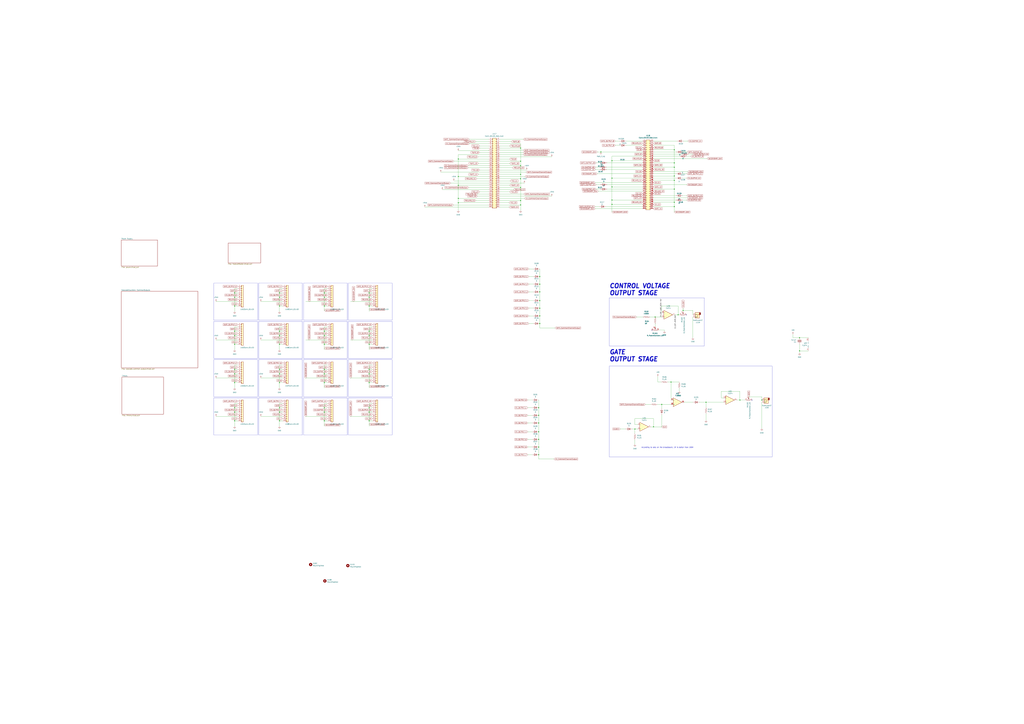
<source format=kicad_sch>
(kicad_sch (version 20230121) (generator eeschema)
  (paper "A0")
  (junction (at 428.625 340.36))
  (junction (at 768.35 469.9))
  (junction (at 324.485 488.95))
  (junction (at 272.415 429.26))
  (junction (at 272.415 340.36))
  (junction (at 884.555 464.8034))
  (junction (at 710.565 217.17))
  (junction (at 782.955 219.71))
  (junction (at 604.52 202.565))
  (junction (at 324.485 340.36))
  (junction (at 626.745 358.14))
  (junction (at 626.745 349.25))
  (junction (at 376.555 355.6))
  (junction (at 782.955 173.99))
  (junction (at 272.415 400.05))
  (junction (at 782.955 234.95))
  (junction (at 376.555 488.95))
  (junction (at 928.37 392.43))
  (junction (at 272.415 488.95))
  (junction (at 428.625 355.6))
  (junction (at 626.745 339.09))
  (junction (at 737.235 498.475))
  (junction (at 376.555 389.89))
  (junction (at 376.555 473.71))
  (junction (at 324.485 345.44))
  (junction (at 710.565 237.49))
  (junction (at 710.565 232.41))
  (junction (at 532.13 184.785))
  (junction (at 626.745 375.92))
  (junction (at 625.475 519.43))
  (junction (at 324.485 434.34))
  (junction (at 532.13 215.265))
  (junction (at 779.145 443.865))
  (junction (at 428.625 444.5))
  (junction (at 760.73 368.3))
  (junction (at 272.415 444.5))
  (junction (at 626.745 367.03))
  (junction (at 625.475 473.71))
  (junction (at 782.955 189.23))
  (junction (at 324.485 355.6))
  (junction (at 324.485 384.81))
  (junction (at 604.52 192.405))
  (junction (at 710.565 207.01))
  (junction (at 428.625 345.44))
  (junction (at 428.625 473.71))
  (junction (at 324.485 400.05))
  (junction (at 428.625 384.81))
  (junction (at 710.565 186.69))
  (junction (at 782.955 194.31))
  (junction (at 604.52 187.325))
  (junction (at 428.625 488.95))
  (junction (at 532.13 235.585))
  (junction (at 625.475 528.32))
  (junction (at 928.37 407.67))
  (junction (at 604.52 217.805))
  (junction (at 626.745 321.31))
  (junction (at 376.555 434.34))
  (junction (at 272.415 389.89))
  (junction (at 625.475 482.6))
  (junction (at 604.52 207.645))
  (junction (at 324.485 478.79))
  (junction (at 625.475 510.54))
  (junction (at 787.4 365.76))
  (junction (at 272.415 384.81))
  (junction (at 324.485 444.5))
  (junction (at 859.155 464.82))
  (junction (at 428.625 400.05))
  (junction (at 272.415 473.71))
  (junction (at 626.745 330.2))
  (junction (at 428.625 478.79))
  (junction (at 272.415 345.44))
  (junction (at 782.955 204.47))
  (junction (at 376.555 478.79))
  (junction (at 625.475 491.49))
  (junction (at 428.625 434.34))
  (junction (at 324.485 429.26))
  (junction (at 376.555 345.44))
  (junction (at 428.625 429.26))
  (junction (at 532.13 230.505))
  (junction (at 782.955 209.55))
  (junction (at 324.485 389.89))
  (junction (at 625.475 501.65))
  (junction (at 272.415 478.79))
  (junction (at 272.415 355.6))
  (junction (at 604.52 233.045))
  (junction (at 819.785 467.36))
  (junction (at 793.115 360.68))
  (junction (at 272.415 434.34))
  (junction (at 782.955 240.03))
  (junction (at 376.555 340.36))
  (junction (at 376.555 444.5))
  (junction (at 697.7141 176.53))
  (junction (at 376.555 384.81))
  (junction (at 604.52 238.125))
  (junction (at 758.825 495.935))
  (junction (at 428.625 389.89))
  (junction (at 604.52 172.085))
  (junction (at 324.485 473.71))
  (junction (at 376.555 429.26))
  (junction (at 376.555 400.05))
  (junction (at 532.13 205.105))
  (no_connect (at 796.925 365.76))
  (no_connect (at 756.92 383.54))
  (no_connect (at 873.125 464.82))
  (wire (pts (xy 884.555 464.8034) (xy 884.555 464.82)))
  (wire (pts (xy 779.145 443.865) (xy 779.145 464.82)))
  (wire (pts (xy 532.13 175.26) (xy 567.69 175.26)))
  (wire (pts (xy 625.475 510.54) (xy 625.475 519.43)))
  (wire (pts (xy 710.565 186.69) (xy 710.565 181.61)))
  (wire (pts (xy 612.775 510.54) (xy 617.855 510.54)))
  (wire (pts (xy 580.39 161.925) (xy 607.695 161.925)))
  (wire (pts (xy 710.565 237.49) (xy 746.125 237.49)))
  (wire (pts (xy 544.83 167.005) (xy 567.69 167.005)))
  (wire (pts (xy 580.39 238.125) (xy 604.52 238.125)))
  (wire (pts (xy 376.555 434.34) (xy 380.365 434.34)))
  (wire (pts (xy 272.415 400.05) (xy 272.415 406.4)))
  (wire (pts (xy 625.475 464.82) (xy 625.475 473.71)))
  (wire (pts (xy 554.355 225.425) (xy 567.69 225.425)))
  (wire (pts (xy 544.195 217.805) (xy 567.69 217.805)))
  (wire (pts (xy 819.785 467.36) (xy 819.785 473.075)))
  (wire (pts (xy 324.485 488.95) (xy 324.485 495.3)))
  (wire (pts (xy 782.955 219.71) (xy 782.955 234.95)))
  (wire (pts (xy 302.895 483.87) (xy 328.295 483.87)))
  (wire (pts (xy 556.895 197.485) (xy 567.69 197.485)))
  (wire (pts (xy 788.67 451.485) (xy 788.67 454.66)))
  (wire (pts (xy 758.825 227.33) (xy 784.86 227.33)))
  (wire (pts (xy 626.745 375.92) (xy 626.745 381)))
  (wire (pts (xy 604.52 217.805) (xy 604.52 233.045)))
  (wire (pts (xy 428.625 434.34) (xy 428.625 444.5)))
  (wire (pts (xy 428.625 444.5) (xy 428.625 450.85)))
  (wire (pts (xy 797.56 227.33) (xy 792.48 227.33)))
  (wire (pts (xy 580.39 217.805) (xy 604.52 217.805)))
  (wire (pts (xy 612.775 482.6) (xy 617.855 482.6)))
  (wire (pts (xy 493.395 240.665) (xy 567.69 240.665)))
  (wire (pts (xy 714.375 163.83) (xy 719.455 163.83)))
  (wire (pts (xy 604.52 207.645) (xy 604.52 202.565)))
  (wire (pts (xy 272.415 384.81) (xy 272.415 389.89)))
  (wire (pts (xy 376.555 444.5) (xy 380.365 444.5)))
  (wire (pts (xy 859.155 464.82) (xy 865.505 464.82)))
  (wire (pts (xy 324.485 340.36) (xy 324.485 345.44)))
  (wire (pts (xy 692.15 189.23) (xy 697.23 189.23)))
  (wire (pts (xy 376.555 488.95) (xy 380.365 488.95)))
  (wire (pts (xy 782.955 194.31) (xy 782.955 189.23)))
  (wire (pts (xy 580.39 192.405) (xy 604.52 192.405)))
  (wire (pts (xy 625.475 533.4) (xy 643.255 533.4)))
  (wire (pts (xy 527.05 210.185) (xy 567.69 210.185)))
  (wire (pts (xy 324.485 488.95) (xy 328.295 488.95)))
  (wire (pts (xy 580.39 184.785) (xy 591.82 184.785)))
  (wire (pts (xy 737.235 503.555) (xy 737.235 498.475)))
  (wire (pts (xy 532.13 235.585) (xy 532.13 244.475)))
  (wire (pts (xy 544.83 161.925) (xy 567.69 161.925)))
  (wire (pts (xy 556.895 169.545) (xy 567.69 169.545)))
  (wire (pts (xy 432.435 424.18) (xy 428.625 424.18)))
  (wire (pts (xy 324.485 355.6) (xy 328.295 355.6)))
  (wire (pts (xy 819.785 480.695) (xy 819.785 488.315)))
  (wire (pts (xy 758.825 199.39) (xy 798.83 199.39)))
  (wire (pts (xy 626.745 349.25) (xy 626.745 358.14)))
  (wire (pts (xy 794.385 467.36) (xy 804.545 467.36)))
  (wire (pts (xy 739.14 368.3) (xy 746.76 368.3)))
  (wire (pts (xy 552.45 233.045) (xy 567.69 233.045)))
  (wire (pts (xy 758.825 214.63) (xy 797.56 214.63)))
  (wire (pts (xy 775.335 443.865) (xy 779.145 443.865)))
  (wire (pts (xy 556.895 172.085) (xy 567.69 172.085)))
  (wire (pts (xy 793.115 360.68) (xy 793.115 361.95)))
  (wire (pts (xy 555.625 189.865) (xy 567.69 189.865)))
  (wire (pts (xy 758.825 209.55) (xy 782.955 209.55)))
  (wire (pts (xy 328.295 379.73) (xy 324.485 379.73)))
  (wire (pts (xy 758.825 234.95) (xy 782.955 234.95)))
  (wire (pts (xy 793.115 360.68) (xy 804.545 360.68)))
  (wire (pts (xy 376.555 355.6) (xy 376.555 360.5747)))
  (wire (pts (xy 580.39 227.965) (xy 640.715 227.965)))
  (wire (pts (xy 428.625 488.95) (xy 428.625 495.3)))
  (wire (pts (xy 324.485 478.79) (xy 328.295 478.79)))
  (wire (pts (xy 532.13 235.585) (xy 567.69 235.585)))
  (wire (pts (xy 376.555 468.63) (xy 376.555 473.71)))
  (wire (pts (xy 625.475 482.6) (xy 625.475 491.49)))
  (wire (pts (xy 532.13 205.105) (xy 532.13 215.265)))
  (wire (pts (xy 737.235 493.395) (xy 737.235 486.41)))
  (wire (pts (xy 276.225 429.26) (xy 272.415 429.26)))
  (wire (pts (xy 580.39 187.325) (xy 604.52 187.325)))
  (wire (pts (xy 710.565 237.49) (xy 710.565 246.38)))
  (wire (pts (xy 758.825 201.93) (xy 784.86 201.93)))
  (wire (pts (xy 580.39 225.425) (xy 608.33 225.425)))
  (wire (pts (xy 626.745 330.2) (xy 626.745 339.09)))
  (wire (pts (xy 740.41 493.395) (xy 737.235 493.395)))
  (wire (pts (xy 428.625 473.71) (xy 428.625 478.79)))
  (wire (pts (xy 526.415 238.125) (xy 567.69 238.125)))
  (wire (pts (xy 554.355 227.965) (xy 567.69 227.965)))
  (wire (pts (xy 793.115 176.53) (xy 797.8437 176.53)))
  (wire (pts (xy 407.035 439.42) (xy 432.435 439.42)))
  (wire (pts (xy 782.955 173.99) (xy 782.955 189.23)))
  (wire (pts (xy 837.565 454.66) (xy 859.155 454.66)))
  (wire (pts (xy 428.625 424.18) (xy 428.625 429.26)))
  (wire (pts (xy 302.895 350.52) (xy 328.295 350.52)))
  (wire (pts (xy 376.555 384.81) (xy 376.555 389.89)))
  (wire (pts (xy 580.39 230.505) (xy 608.965 230.505)))
  (wire (pts (xy 855.345 464.82) (xy 859.155 464.82)))
  (wire (pts (xy 432.435 468.63) (xy 428.625 468.63)))
  (wire (pts (xy 692.15 214.63) (xy 697.23 214.63)))
  (wire (pts (xy 532.13 235.585) (xy 532.13 230.505)))
  (wire (pts (xy 604.52 167.005) (xy 580.39 167.005)))
  (wire (pts (xy 580.39 164.465) (xy 593.725 164.465)))
  (wire (pts (xy 804.545 360.68) (xy 804.545 365.76)))
  (wire (pts (xy 782.955 173.99) (xy 782.955 168.91)))
  (wire (pts (xy 580.39 207.645) (xy 604.52 207.645)))
  (wire (pts (xy 380.365 424.18) (xy 376.555 424.18)))
  (wire (pts (xy 604.52 192.405) (xy 604.52 187.325)))
  (wire (pts (xy 758.825 176.53) (xy 785.495 176.53)))
  (wire (pts (xy 614.045 321.31) (xy 619.125 321.31)))
  (wire (pts (xy 614.045 312.42) (xy 619.125 312.42)))
  (wire (pts (xy 324.485 473.71) (xy 324.485 478.79)))
  (wire (pts (xy 782.955 246.38) (xy 782.955 240.03)))
  (wire (pts (xy 727.075 163.83) (xy 746.125 163.83)))
  (wire (pts (xy 324.485 444.5) (xy 328.295 444.5)))
  (wire (pts (xy 768.35 495.935) (xy 758.825 495.935)))
  (wire (pts (xy 694.69 222.25) (xy 746.125 222.25)))
  (wire (pts (xy 376.555 340.36) (xy 376.555 345.44)))
  (wire (pts (xy 704.85 214.63) (xy 746.125 214.63)))
  (wire (pts (xy 692.15 219.71) (xy 697.23 219.71)))
  (wire (pts (xy 625.475 501.65) (xy 625.475 510.54)))
  (wire (pts (xy 782.955 240.03) (xy 782.955 234.95)))
  (wire (pts (xy 604.52 172.085) (xy 604.52 187.325)))
  (wire (pts (xy 710.565 207.01) (xy 710.565 217.17)))
  (wire (pts (xy 272.415 429.26) (xy 272.415 434.34)))
  (wire (pts (xy 754.38 368.3) (xy 760.73 368.3)))
  (wire (pts (xy 612.775 464.82) (xy 617.855 464.82)))
  (wire (pts (xy 532.13 215.265) (xy 567.69 215.265)))
  (wire (pts (xy 354.965 350.52) (xy 380.365 350.52)))
  (wire (pts (xy 690.88 212.09) (xy 746.125 212.09)))
  (wire (pts (xy 324.485 434.34) (xy 328.295 434.34)))
  (wire (pts (xy 758.825 179.07) (xy 791.845 179.07)))
  (wire (pts (xy 380.365 473.71) (xy 376.555 473.71)))
  (wire (pts (xy 697.7141 176.53) (xy 746.125 176.53)))
  (wire (pts (xy 532.13 184.785) (xy 532.13 205.105)))
  (wire (pts (xy 376.555 389.89) (xy 380.365 389.89)))
  (wire (pts (xy 580.39 200.025) (xy 610.87 200.025)))
  (wire (pts (xy 272.415 434.34) (xy 272.415 444.5)))
  (wire (pts (xy 376.555 400.05) (xy 376.555 406.4)))
  (wire (pts (xy 758.825 204.47) (xy 782.955 204.47)))
  (wire (pts (xy 768.35 469.9) (xy 768.35 474.345)))
  (wire (pts (xy 324.485 345.44) (xy 324.485 355.6)))
  (wire (pts (xy 376.555 478.79) (xy 376.555 488.95)))
  (wire (pts (xy 727.075 168.91) (xy 746.125 168.91)))
  (wire (pts (xy 760.73 368.3) (xy 768.35 368.3)))
  (wire (pts (xy 328.295 429.26) (xy 324.485 429.26)))
  (wire (pts (xy 797.56 232.41) (xy 792.48 232.41)))
  (wire (pts (xy 737.235 486.41) (xy 758.825 486.41)))
  (wire (pts (xy 771.525 383.54) (xy 771.525 384.81)))
  (wire (pts (xy 556.895 177.165) (xy 567.69 177.165)))
  (wire (pts (xy 787.4 355.6) (xy 768.35 355.6)))
  (wire (pts (xy 324.485 429.26) (xy 324.485 434.34)))
  (wire (pts (xy 276.225 384.81) (xy 272.415 384.81)))
  (wire (pts (xy 782.955 209.55) (xy 782.955 219.71)))
  (wire (pts (xy 612.775 473.71) (xy 617.855 473.71)))
  (wire (pts (xy 819.785 467.36) (xy 840.105 467.36)))
  (wire (pts (xy 272.415 335.28) (xy 272.415 340.36)))
  (wire (pts (xy 324.485 400.05) (xy 328.295 400.05)))
  (wire (pts (xy 354.965 394.97) (xy 380.365 394.97)))
  (wire (pts (xy 580.39 205.105) (xy 609.6 205.105)))
  (wire (pts (xy 272.415 424.18) (xy 272.415 429.26)))
  (wire (pts (xy 555.625 202.565) (xy 567.69 202.565)))
  (wire (pts (xy 920.75 392.43) (xy 928.37 392.43)))
  (wire (pts (xy 376.555 444.5) (xy 376.555 450.85)))
  (wire (pts (xy 626.745 321.31) (xy 626.745 330.2)))
  (wire (pts (xy 376.555 488.95) (xy 376.555 495.3)))
  (wire (pts (xy 380.365 468.63) (xy 376.555 468.63)))
  (wire (pts (xy 580.39 235.585) (xy 591.185 235.585)))
  (wire (pts (xy 272.415 345.44) (xy 272.415 355.6)))
  (wire (pts (xy 580.39 189.865) (xy 591.82 189.865)))
  (wire (pts (xy 869.315 461.01) (xy 884.555 461.01)))
  (wire (pts (xy 704.85 189.23) (xy 746.125 189.23)))
  (wire (pts (xy 324.485 478.79) (xy 324.485 488.95)))
  (wire (pts (xy 432.435 473.71) (xy 428.625 473.71)))
  (wire (pts (xy 376.555 335.28) (xy 376.555 340.36)))
  (wire (pts (xy 250.825 394.97) (xy 276.225 394.97)))
  (wire (pts (xy 567.69 175.26) (xy 567.69 174.625)))
  (wire (pts (xy 428.625 444.5) (xy 432.435 444.5)))
  (wire (pts (xy 377.19 360.68) (xy 377.19 360.5747)))
  (wire (pts (xy 428.625 468.63) (xy 428.625 473.71)))
  (wire (pts (xy 928.37 400.05) (xy 928.37 407.67)))
  (wire (pts (xy 604.52 192.405) (xy 604.52 202.565)))
  (wire (pts (xy 783.59 365.76) (xy 787.4 365.76)))
  (wire (pts (xy 693.42 201.93) (xy 746.125 201.93)))
  (wire (pts (xy 324.485 355.6) (xy 324.485 361.95)))
  (wire (pts (xy 614.045 349.25) (xy 619.125 349.25)))
  (wire (pts (xy 626.745 339.09) (xy 626.745 349.25)))
  (wire (pts (xy 328.295 335.28) (xy 324.485 335.28)))
  (wire (pts (xy 580.39 174.625) (xy 607.695 174.625)))
  (wire (pts (xy 428.625 335.28) (xy 428.625 340.36)))
  (wire (pts (xy 625.475 528.32) (xy 625.475 533.4)))
  (wire (pts (xy 407.035 483.87) (xy 432.435 483.87)))
  (wire (pts (xy 276.225 340.36) (xy 272.415 340.36)))
  (wire (pts (xy 328.295 340.36) (xy 324.485 340.36)))
  (wire (pts (xy 324.485 424.18) (xy 324.485 429.26)))
  (wire (pts (xy 758.825 184.15) (xy 821.055 184.15)))
  (wire (pts (xy 250.825 439.42) (xy 276.225 439.42)))
  (wire (pts (xy 837.565 462.28) (xy 837.565 454.66)))
  (wire (pts (xy 758.825 181.61) (xy 789.305 181.61)))
  (wire (pts (xy 604.52 207.645) (xy 604.52 217.805)))
  (wire (pts (xy 763.27 469.9) (xy 768.35 469.9)))
  (wire (pts (xy 376.555 473.71) (xy 376.555 478.79)))
  (wire (pts (xy 625.475 491.49) (xy 625.475 501.65)))
  (wire (pts (xy 302.895 394.97) (xy 328.295 394.97)))
  (wire (pts (xy 376.555 389.89) (xy 376.555 400.05)))
  (wire (pts (xy 812.165 467.36) (xy 819.785 467.36)))
  (wire (pts (xy 272.415 488.95) (xy 276.225 488.95)))
  (wire (pts (xy 580.39 222.885) (xy 591.82 222.885)))
  (wire (pts (xy 324.485 400.05) (xy 324.485 406.4)))
  (wire (pts (xy 798.83 163.83) (xy 793.75 163.83)))
  (wire (pts (xy 710.565 186.69) (xy 746.125 186.69)))
  (wire (pts (xy 272.415 355.6) (xy 276.225 355.6)))
  (wire (pts (xy 758.825 189.23) (xy 782.955 189.23)))
  (wire (pts (xy 758.825 495.935) (xy 755.65 495.935)))
  (wire (pts (xy 737.235 511.175) (xy 737.235 516.255)))
  (wire (pts (xy 612.775 519.43) (xy 617.855 519.43)))
  (wire (pts (xy 272.415 355.6) (xy 272.415 361.95)))
  (wire (pts (xy 272.415 478.79) (xy 276.225 478.79)))
  (wire (pts (xy 324.485 444.5) (xy 324.485 450.85)))
  (wire (pts (xy 612.775 501.65) (xy 617.855 501.65)))
  (wire (pts (xy 758.825 173.99) (xy 782.955 173.99)))
  (wire (pts (xy 580.39 177.165) (xy 607.695 177.165)))
  (wire (pts (xy 272.415 379.73) (xy 272.415 384.81)))
  (wire (pts (xy 523.24 212.725) (xy 567.69 212.725)))
  (wire (pts (xy 580.39 179.705) (xy 607.695 179.705)))
  (wire (pts (xy 787.4 365.76) (xy 789.305 365.76)))
  (wire (pts (xy 302.895 439.42) (xy 328.295 439.42)))
  (wire (pts (xy 612.775 491.49) (xy 617.855 491.49)))
  (wire (pts (xy 580.39 197.485) (xy 611.505 197.485)))
  (wire (pts (xy 763.905 443.865) (xy 767.715 443.865)))
  (wire (pts (xy 797.56 201.93) (xy 792.48 201.93)))
  (wire (pts (xy 328.295 384.81) (xy 324.485 384.81)))
  (wire (pts (xy 324.485 389.89) (xy 328.295 389.89)))
  (wire (pts (xy 802.005 181.61) (xy 796.925 181.61)))
  (wire (pts (xy 432.435 429.26) (xy 428.625 429.26)))
  (wire (pts (xy 272.415 389.89) (xy 272.415 400.05)))
  (wire (pts (xy 614.045 339.09) (xy 619.125 339.09)))
  (wire (pts (xy 928.37 407.67) (xy 938.53 407.67)))
  (wire (pts (xy 354.965 483.87) (xy 380.365 483.87)))
  (wire (pts (xy 604.52 238.125) (xy 604.52 233.045)))
  (wire (pts (xy 428.625 478.79) (xy 428.625 488.95)))
  (wire (pts (xy 380.365 429.26) (xy 376.555 429.26)))
  (wire (pts (xy 324.485 389.89) (xy 324.485 400.05)))
  (wire (pts (xy 432.435 340.36) (xy 428.625 340.36)))
  (wire (pts (xy 749.3 469.9) (xy 755.65 469.9)))
  (wire (pts (xy 324.485 335.28) (xy 324.485 340.36)))
  (wire (pts (xy 614.045 367.03) (xy 619.125 367.03)))
  (wire (pts (xy 704.85 219.71) (xy 746.125 219.71)))
  (wire (pts (xy 710.565 186.69) (xy 710.565 207.01)))
  (wire (pts (xy 324.485 384.81) (xy 324.485 389.89)))
  (wire (pts (xy 553.72 207.645) (xy 567.69 207.645)))
  (wire (pts (xy 324.485 379.73) (xy 324.485 384.81)))
  (wire (pts (xy 527.05 187.325) (xy 567.69 187.325)))
  (wire (pts (xy 782.955 209.55) (xy 782.955 204.47)))
  (wire (pts (xy 428.625 434.34) (xy 432.435 434.34)))
  (wire (pts (xy 432.435 384.81) (xy 428.625 384.81)))
  (wire (pts (xy 380.365 379.73) (xy 376.555 379.73)))
  (wire (pts (xy 626.745 312.42) (xy 626.745 321.31)))
  (wire (pts (xy 690.88 242.57) (xy 746.125 242.57)))
  (wire (pts (xy 580.39 215.265) (xy 591.82 215.265)))
  (wire (pts (xy 787.4 365.76) (xy 787.4 355.6)))
  (wire (pts (xy 782.955 168.91) (xy 758.825 168.91)))
  (wire (pts (xy 428.625 345.44) (xy 428.625 355.6)))
  (wire (pts (xy 432.435 379.73) (xy 428.625 379.73)))
  (wire (pts (xy 797.56 207.01) (xy 792.48 207.01)))
  (wire (pts (xy 376.555 345.44) (xy 380.365 345.44)))
  (wire (pts (xy 556.895 222.885) (xy 567.69 222.885)))
  (wire (pts (xy 779.145 443.865) (xy 788.67 443.865)))
  (wire (pts (xy 250.825 350.52) (xy 276.225 350.52)))
  (wire (pts (xy 859.155 454.66) (xy 859.155 464.82)))
  (wire (pts (xy 376.555 478.79) (xy 380.365 478.79)))
  (wire (pts (xy 691.515 194.31) (xy 696.595 194.31)))
  (wire (pts (xy 793.115 358.14) (xy 793.115 360.68)))
  (wire (pts (xy 580.39 220.345) (xy 596.265 220.345)))
  (wire (pts (xy 428.625 345.44) (xy 432.435 345.44)))
  (wire (pts (xy 276.225 468.63) (xy 272.415 468.63)))
  (wire (pts (xy 324.485 345.44) (xy 328.295 345.44)))
  (wire (pts (xy 758.825 232.41) (xy 784.86 232.41)))
  (wire (pts (xy 690.88 240.03) (xy 695.96 240.03)))
  (wire (pts (xy 703.58 240.03) (xy 746.125 240.03)))
  (wire (pts (xy 604.52 244.475) (xy 604.52 238.125)))
  (wire (pts (xy 276.225 473.71) (xy 272.415 473.71)))
  (wire (pts (xy 272.415 389.89) (xy 276.225 389.89)))
  (wire (pts (xy 407.035 350.52) (xy 432.435 350.52)))
  (wire (pts (xy 625.475 473.71) (xy 625.475 482.6)))
  (wire (pts (xy 758.825 194.31) (xy 782.955 194.31)))
  (wire (pts (xy 580.39 194.945) (xy 594.995 194.945)))
  (wire (pts (xy 580.39 233.045) (xy 604.52 233.045)))
  (wire (pts (xy 797.8437 176.53) (xy 797.8437 176.5515)))
  (wire (pts (xy 614.045 330.2) (xy 619.125 330.2)))
  (wire (pts (xy 758.825 219.71) (xy 782.955 219.71)))
  (wire (pts (xy 580.39 172.085) (xy 604.52 172.085)))
  (wire (pts (xy 272.415 488.95) (xy 272.415 495.3)))
  (wire (pts (xy 626.745 367.03) (xy 626.745 375.92)))
  (wire (pts (xy 272.415 434.34) (xy 276.225 434.34)))
  (wire (pts (xy 428.625 389.89) (xy 432.435 389.89)))
  (wire (pts (xy 376.555 424.18) (xy 376.555 429.26)))
  (wire (pts (xy 920.75 388.62) (xy 920.75 392.43)))
  (wire (pts (xy 768.35 469.9) (xy 779.145 469.9)))
  (wire (pts (xy 704.215 196.85) (xy 746.125 196.85)))
  (wire (pts (xy 380.365 335.28) (xy 376.555 335.28)))
  (wire (pts (xy 604.52 172.085) (xy 604.52 167.005)))
  (wire (pts (xy 532.13 179.705) (xy 567.69 179.705)))
  (wire (pts (xy 328.295 473.71) (xy 324.485 473.71)))
  (wire (pts (xy 380.365 340.36) (xy 376.555 340.36)))
  (wire (pts (xy 580.39 182.245) (xy 640.715 182.245)))
  (wire (pts (xy 377.19 360.5747) (xy 376.555 360.5747)))
  (wire (pts (xy 272.415 473.71) (xy 272.415 478.79)))
  (wire (pts (xy 612.775 528.32) (xy 617.855 528.32)))
  (wire (pts (xy 758.825 207.01) (xy 784.86 207.01)))
  (wire (pts (xy 272.415 444.5) (xy 276.225 444.5)))
  (wire (pts (xy 354.965 439.42) (xy 380.365 439.42)))
  (wire (pts (xy 272.415 444.5) (xy 272.415 450.85)))
  (wire (pts (xy 532.13 230.505) (xy 567.69 230.505)))
  (wire (pts (xy 376.555 345.44) (xy 376.555 355.6)))
  (wire (pts (xy 768.35 355.6) (xy 768.35 363.22)))
  (wire (pts (xy 928.37 392.43) (xy 938.53 392.43)))
  (wire (pts (xy 580.39 212.725) (xy 608.965 212.725)))
  (wire (pts (xy 764.54 383.54) (xy 771.525 383.54)))
  (wire (pts (xy 428.625 389.89) (xy 428.625 400.05)))
  (wire (pts (xy 737.235 498.475) (xy 740.41 498.475)))
  (wire (pts (xy 737.235 498.475) (xy 734.06 498.475)))
  (wire (pts (xy 428.625 355.6) (xy 432.435 355.6)))
  (wire (pts (xy 376.555 400.05) (xy 380.365 400.05)))
  (wire (pts (xy 691.515 196.85) (xy 696.595 196.85)))
  (wire (pts (xy 428.625 429.26) (xy 428.625 434.34)))
  (wire (pts (xy 710.565 207.01) (xy 746.125 207.01)))
  (wire (pts (xy 614.045 358.14) (xy 619.125 358.14)))
  (wire (pts (xy 714.375 168.91) (xy 719.455 168.91)))
  (wire (pts (xy 768.35 481.965) (xy 768.35 495.935)))
  (wire (pts (xy 272.415 400.05) (xy 276.225 400.05)))
  (wire (pts (xy 625.475 519.43) (xy 625.475 528.32)))
  (wire (pts (xy 580.39 210.185) (xy 592.455 210.185)))
  (wire (pts (xy 328.295 424.18) (xy 324.485 424.18)))
  (wire (pts (xy 428.625 488.95) (xy 432.435 488.95)))
  (wire (pts (xy 532.13 184.785) (xy 567.69 184.785)))
  (wire (pts (xy 552.45 164.465) (xy 567.69 164.465)))
  (wire (pts (xy 580.39 240.665) (xy 591.185 240.665)))
  (wire (pts (xy 380.365 384.81) (xy 376.555 384.81)))
  (wire (pts (xy 376.555 434.34) (xy 376.555 444.5)))
  (wire (pts (xy 580.39 169.545) (xy 591.82 169.545)))
  (wire (pts (xy 272.415 468.63) (xy 272.415 473.71)))
  (wire (pts (xy 758.825 240.03) (xy 782.955 240.03)))
  (wire (pts (xy 428.625 379.73) (xy 428.625 384.81)))
  (wire (pts (xy 428.625 384.81) (xy 428.625 389.89)))
  (wire (pts (xy 324.485 434.34) (xy 324.485 444.5)))
  (wire (pts (xy 543.56 194.945) (xy 567.69 194.945)))
  (wire (pts (xy 272.415 340.36) (xy 272.415 345.44)))
  (wire (pts (xy 758.825 229.87) (xy 798.195 229.87)))
  (wire (pts (xy 710.565 217.17) (xy 746.125 217.17)))
  (wire (pts (xy 614.045 375.92) (xy 619.125 375.92)))
  (wire (pts (xy 276.225 335.28) (xy 272.415 335.28)))
  (wire (pts (xy 626.745 381) (xy 644.525 381)))
  (wire (pts (xy 782.955 194.31) (xy 782.955 204.47)))
  (wire (pts (xy 710.565 232.41) (xy 746.125 232.41)))
  (wire (pts (xy 328.295 468.63) (xy 324.485 468.63)))
  (wire (pts (xy 532.13 184.785) (xy 532.13 179.705)))
  (wire (pts (xy 272.415 478.79) (xy 272.415 488.95)))
  (wire (pts (xy 763.905 437.515) (xy 763.905 443.865)))
  (wire (pts (xy 758.825 163.83) (xy 786.13 163.83)))
  (wire (pts (xy 626.745 358.14) (xy 626.745 367.03)))
  (wire (pts (xy 428.625 355.6) (xy 428.625 361.95)))
  (wire (pts (xy 710.565 237.49) (xy 710.565 232.41)))
  (wire (pts (xy 511.81 200.025) (xy 567.69 200.025)))
  (wire (pts (xy 710.565 217.17) (xy 710.565 232.41)))
  (wire (pts (xy 543.56 192.405) (xy 567.69 192.405)))
  (wire (pts (xy 276.225 379.73) (xy 272.415 379.73)))
  (wire (pts (xy 432.435 335.28) (xy 428.625 335.28)))
  (wire (pts (xy 324.485 468.63) (xy 324.485 473.71)))
  (wire (pts (xy 272.415 345.44) (xy 276.225 345.44)))
  (wire (pts (xy 532.13 205.105) (xy 567.69 205.105)))
  (wire (pts (xy 720.09 498.475) (xy 726.44 498.475)))
  (wire (pts (xy 837.565 462.28) (xy 840.105 462.28)))
  (wire (pts (xy 554.99 182.245) (xy 567.69 182.245)))
  (wire (pts (xy 710.565 181.61) (xy 746.125 181.61)))
  (wire (pts (xy 276.225 424.18) (xy 272.415 424.18)))
  (wire (pts (xy 928.37 407.67) (xy 928.37 410.21)))
  (wire (pts (xy 513.715 220.345) (xy 567.69 220.345)))
  (wire (pts (xy 760.73 375.92) (xy 760.73 379.73)))
  (wire (pts (xy 884.555 461.01) (xy 884.555 464.8034)))
  (wire (pts (xy 580.39 202.565) (xy 604.52 202.565)))
  (wire (pts (xy 693.42 176.53) (xy 697.7141 176.53)))
  (wire (pts (xy 376.555 379.73) (xy 376.555 384.81)))
  (wire (pts (xy 428.625 400.05) (xy 432.435 400.05)))
  (wire (pts (xy 407.035 394.97) (xy 432.435 394.97)))
  (wire (pts (xy 376.555 429.26) (xy 376.555 434.34)))
  (wire (pts (xy 428.625 340.36) (xy 428.625 345.44)))
  (wire (pts (xy 804.545 179.07) (xy 799.465 179.07)))
  (wire (pts (xy 428.625 478.79) (xy 432.435 478.79)))
  (wire (pts (xy 758.825 486.41) (xy 758.825 495.935)))
  (wire (pts (xy 376.555 355.6) (xy 380.365 355.6)))
  (wire (pts (xy 250.825 483.87) (xy 276.225 483.87)))
  (wire (pts (xy 884.555 467.3434) (xy 884.555 497.84)))
  (wire (pts (xy 428.625 400.05) (xy 428.625 406.4)))
  (wire (pts (xy 532.13 215.265) (xy 532.13 230.505)))
  (wire (pts (xy 704.215 194.31) (xy 746.125 194.31)))
  (wire (pts (xy 804.545 368.3) (xy 804.545 392.43)))
  (rectangle (start 352.425 373.38) (end 403.225 416.56))
  (rectangle (start 404.495 417.83) (end 455.295 461.01))
  (rectangle (start 352.425 328.93) (end 403.225 372.11))
  (rectangle (start 300.355 373.38) (end 351.155 416.56))
  (rectangle (start 352.425 417.83) (end 403.225 461.01))
  (rectangle (start 248.285 328.93) (end 299.085 372.11))
  (rectangle (start 404.495 373.38) (end 455.295 416.56))
  (rectangle (start 404.495 328.93) (end 455.295 372.11))
  (rectangle (start 404.495 462.28) (end 455.295 505.46))
  (rectangle (start 707.39 346.075) (end 817.88 401.955))
  (rectangle (start 248.285 417.83) (end 299.085 461.01))
  (rectangle (start 248.285 373.38) (end 299.085 416.56))
  (rectangle (start 300.355 417.83) (end 351.155 461.01))
  (rectangle (start 300.355 328.93) (end 351.155 372.11))
  (rectangle (start 248.285 462.28) (end 299.085 505.46))
  (rectangle (start 352.425 462.28) (end 403.225 505.46))
  (rectangle (start 300.355 462.28) (end 351.155 505.46))
  (rectangle (start 707.39 425.45) (end 896.62 530.86))
  (text "GATE\nOUTPUT STAGE" (at 707.39 420.37 0) (effects (font (size 5.08 5.08) (thickness 1.016) bold italic) (justify left bottom)))
  (text "According to ests on the breadboard, 1M is better than 100K" (at 744.855 520.7 0) (effects (font (size 1.27 1.27)) (justify left bottom)))
  (text "CONTROL VOLTAGE\nOUTPUT STAGE" (at 707.39 343.535 0) (effects (font (size 5.08 5.08) (thickness 1.016) bold italic) (justify left bottom)))
  (label "CV_OP-AMP_OUT" (at 785.0295 365.76 270))
  (label "CV_OP-AMP_NON-INV" (at 768.35 368.3 90))
  (global_label "GATE_CommonChannelOutput" (shape input) (at 523.24 212.725 180) (property "Intersheetrefs" "${INTERSHEET_REFS}" (effects hide)))
  (global_label "SECONDARY_5VA" (shape input) (at 798.83 199.39 0) (property "Intersheetrefs" "${INTERSHEET_REFS}" (effects hide)))
  (global_label "SECONDARY_5VA" (shape input) (at 407.035 483.87 90) (property "Intersheetrefs" "${INTERSHEET_REFS}" (effects hide)))
  (global_label "*CV_15" (shape input) (at 591.82 222.885 0) (property "Intersheetrefs" "${INTERSHEET_REFS}" (effects hide)))
  (global_label "CV_OUTPUT_3" (shape input) (at 276.225 476.25 180) (property "Intersheetrefs" "${INTERSHEET_REFS}" (effects hide)))
  (global_label "CV_13" (shape input) (at 432.435 397.51 180) (property "Intersheetrefs" "${INTERSHEET_REFS}" (effects hide)))
  (global_label "GATE_OUTPUT_9" (shape input) (at 797.8437 176.5515 0) (property "Intersheetrefs" "${INTERSHEET_REFS}" (effects hide)))
  (global_label "CV_1" (shape input) (at 276.225 397.51 180) (property "Intersheetrefs" "${INTERSHEET_REFS}" (effects hide)))
  (global_label "CV_OUTPUT_9" (shape input) (at 380.365 387.35 180) (property "Intersheetrefs" "${INTERSHEET_REFS}" (effects hide)))
  (global_label "CV_OUTPUT_0" (shape input) (at 276.225 342.9 180) (property "Intersheetrefs" "${INTERSHEET_REFS}" (effects hide)))
  (global_label "CV_OUTPUT_5" (shape input) (at 328.295 387.35 180) (property "Intersheetrefs" "${INTERSHEET_REFS}" (effects hide)))
  (global_label "RELAYS_14" (shape input) (at 432.435 436.88 180) (property "Intersheetrefs" "${INTERSHEET_REFS}" (effects hide)))
  (global_label "GATE_OUTPUT_12" (shape input) (at 692.15 214.63 180) (property "Intersheetrefs" "${INTERSHEET_REFS}" (effects hide)))
  (global_label "CV_5" (shape input) (at 328.295 397.51 180) (property "Intersheetrefs" "${INTERSHEET_REFS}" (effects hide)))
  (global_label "GATE_OUTPUT_5" (shape input) (at 614.045 358.14 180) (property "Intersheetrefs" "${INTERSHEET_REFS}" (effects hide)))
  (global_label "CV_14" (shape input) (at 746.125 171.45 180) (property "Intersheetrefs" "${INTERSHEET_REFS}" (effects hide)))
  (global_label "CV_OUTPUT_10" (shape input) (at 380.365 431.8 180) (property "Intersheetrefs" "${INTERSHEET_REFS}" (effects hide)))
  (global_label "RELAYS_4" (shape input) (at 328.295 347.98 180) (property "Intersheetrefs" "${INTERSHEET_REFS}" (effects hide)))
  (global_label "SECONDARY_GND" (shape input) (at 428.625 493.0101 0) (property "Intersheetrefs" "${INTERSHEET_REFS}" (effects hide)))
  (global_label "CV_OUTPUT_14" (shape input) (at 432.435 431.8 180) (property "Intersheetrefs" "${INTERSHEET_REFS}" (effects hide)))
  (global_label "*RELAYS_12" (shape input) (at 596.265 220.345 0) (property "Intersheetrefs" "${INTERSHEET_REFS}" (effects hide)))
  (global_label "CV_14" (shape input) (at 432.435 441.96 180) (property "Intersheetrefs" "${INTERSHEET_REFS}" (effects hide)))
  (global_label "CV_CommonChannelOutput" (shape input) (at 607.695 161.925 0) (property "Intersheetrefs" "${INTERSHEET_REFS}" (effects hide)))
  (global_label "CV_OUTPUT_15" (shape input) (at 432.435 476.25 180) (property "Intersheetrefs" "${INTERSHEET_REFS}" (effects hide)))
  (global_label "GATE_OUTPUT_14" (shape input) (at 432.435 421.64 180) (property "Intersheetrefs" "${INTERSHEET_REFS}" (effects hide)))
  (global_label "SECONDARY_5VA" (shape input) (at 797.56 214.63 0) (property "Intersheetrefs" "${INTERSHEET_REFS}" (effects hide)))
  (global_label "GATE_OUTPUT_11" (shape input) (at 797.56 201.93 0) (property "Intersheetrefs" "${INTERSHEET_REFS}" (effects hide)))
  (global_label "GATE_13" (shape input) (at 432.435 382.27 180) (property "Intersheetrefs" "${INTERSHEET_REFS}" (effects hide)))
  (global_label "RELAYS_3" (shape input) (at 276.225 481.33 180) (property "Intersheetrefs" "${INTERSHEET_REFS}" (effects hide)))
  (global_label "CV_OUTPUT_2" (shape input) (at 612.775 482.6 180) (property "Intersheetrefs" "${INTERSHEET_REFS}" (effects hide)))
  (global_label "SECONDARY_GND" (shape input) (at 376.555 493.6805 0) (property "Intersheetrefs" "${INTERSHEET_REFS}" (effects hide)))
  (global_label "RELAYS_9" (shape input) (at 746.125 184.15 180) (property "Intersheetrefs" "${INTERSHEET_REFS}" (effects hide)))
  (global_label "CV_CommonChannelOutput" (shape input) (at 609.6 205.105 0) (property "Intersheetrefs" "${INTERSHEET_REFS}" (effects hide)))
  (global_label "CV_OUTPUT_1" (shape input) (at 276.225 387.35 180) (property "Intersheetrefs" "${INTERSHEET_REFS}" (effects hide)))
  (global_label "RELAYS_13" (shape input) (at 746.125 234.95 180) (property "Intersheetrefs" "${INTERSHEET_REFS}" (effects hide)))
  (global_label "GATE_OUTPUT_3" (shape input) (at 614.045 339.09 180) (property "Intersheetrefs" "${INTERSHEET_REFS}" (effects hide)))
  (global_label "RELAYS_6" (shape input) (at 328.295 436.88 180) (property "Intersheetrefs" "${INTERSHEET_REFS}" (effects hide)))
  (global_label "SECONDARY_5VA" (shape input) (at 798.195 229.87 0) (property "Intersheetrefs" "${INTERSHEET_REFS}" (effects hide)))
  (global_label "SECONDARY_GND" (shape input) (at 428.625 404.2927 0) (property "Intersheetrefs" "${INTERSHEET_REFS}" (effects hide)))
  (global_label "RELAYS_11" (shape input) (at 380.365 481.33 180) (property "Intersheetrefs" "${INTERSHEET_REFS}" (effects hide)))
  (global_label "SECONDARY_GND" (shape input) (at 376.555 448.8749 0) (property "Intersheetrefs" "${INTERSHEET_REFS}" (effects hide)))
  (global_label "*GATE_12" (shape input) (at 591.82 215.265 0) (property "Intersheetrefs" "${INTERSHEET_REFS}" (effects hide)))
  (global_label "RELAYS_5" (shape input) (at 328.295 392.43 180) (property "Intersheetrefs" "${INTERSHEET_REFS}" (effects hide)))
  (global_label "*GATE_8" (shape input) (at 593.725 164.465 0) (property "Intersheetrefs" "${INTERSHEET_REFS}" (effects hide)))
  (global_label "CV_3" (shape input) (at 276.225 486.41 180) (property "Intersheetrefs" "${INTERSHEET_REFS}" (effects hide)))
  (global_label "CV_OUTPUT_12" (shape input) (at 432.435 342.9 180) (property "Intersheetrefs" "${INTERSHEET_REFS}" (effects hide)))
  (global_label "*RELAYS_8" (shape input) (at 591.82 169.545 0) (property "Intersheetrefs" "${INTERSHEET_REFS}" (effects hide)))
  (global_label "CV_11" (shape input) (at 380.365 486.41 180) (property "Intersheetrefs" "${INTERSHEET_REFS}" (effects hide)))
  (global_label "GATE_10" (shape input) (at 758.825 191.77 0) (property "Intersheetrefs" "${INTERSHEET_REFS}" (effects hide)))
  (global_label "GATE_5" (shape input) (at 328.295 382.27 180) (property "Intersheetrefs" "${INTERSHEET_REFS}" (effects hide)))
  (global_label "RELAYS_10" (shape input) (at 380.365 436.88 180) (property "Intersheetrefs" "${INTERSHEET_REFS}" (effects hide)))
  (global_label "RELAYS_8" (shape input) (at 758.825 171.45 0) (property "Intersheetrefs" "${INTERSHEET_REFS}" (effects hide)))
  (global_label "RELAYS_7" (shape input) (at 328.295 481.33 180) (property "Intersheetrefs" "${INTERSHEET_REFS}" (effects hide)))
  (global_label "CV_10" (shape input) (at 746.125 199.39 180) (property "Intersheetrefs" "${INTERSHEET_REFS}" (effects hide)))
  (global_label "CV_CommonChannelOutput" (shape input) (at 739.14 368.3 180) (property "Intersheetrefs" "${INTERSHEET_REFS}" (effects hide)))
  (global_label "SECONDARY_5VA" (shape input) (at 693.42 176.53 180) (property "Intersheetrefs" "${INTERSHEET_REFS}" (effects hide)))
  (global_label "*CV_12" (shape input) (at 556.895 222.885 180) (property "Intersheetrefs" "${INTERSHEET_REFS}" (effects hide)))
  (global_label "RELAYS_13" (shape input) (at 432.435 392.43 180) (property "Intersheetrefs" "${INTERSHEET_REFS}" (effects hide)))
  (global_label "*RELAYS_14" (shape input) (at 552.45 164.465 180) (property "Intersheetrefs" "${INTERSHEET_REFS}" (effects hide)))
  (global_label "GATE_3" (shape input) (at 276.225 471.17 180) (property "Intersheetrefs" "${INTERSHEET_REFS}" (effects hide)))
  (global_label "RELAYS_12" (shape input) (at 432.435 347.98 180) (property "Intersheetrefs" "${INTERSHEET_REFS}" (effects hide)))
  (global_label "SECONDARY_GND" (shape input) (at 428.625 359.4871 0) (property "Intersheetrefs" "${INTERSHEET_REFS}" (effects hide)))
  (global_label "GATE_OUTPUT_8" (shape input) (at 380.365 332.74 180) (property "Intersheetrefs" "${INTERSHEET_REFS}" (effects hide)))
  (global_label "CV_11" (shape input) (at 758.825 212.09 0) (property "Intersheetrefs" "${INTERSHEET_REFS}" (effects hide)))
  (global_label "GATE_OUTPUT_9" (shape input) (at 380.365 377.19 180) (property "Intersheetrefs" "${INTERSHEET_REFS}" (effects hide)))
  (global_label "GATE_CommonChannelOutput" (shape input) (at 607.695 177.165 0) (property "Intersheetrefs" "${INTERSHEET_REFS}" (effects hide)))
  (global_label "SECONDARY_GND" (shape input) (at 376.555 360.5747 0) (property "Intersheetrefs" "${INTERSHEET_REFS}" (effects hide)))
  (global_label "GATE_CommonChannelOutput" (shape input) (at 749.3 469.9 180) (property "Intersheetrefs" "${INTERSHEET_REFS}" (effects hide)))
  (global_label "GATE_OUTPUT_14" (shape input) (at 690.88 240.03 180) (property "Intersheetrefs" "${INTERSHEET_REFS}" (effects hide)))
  (global_label "GATE_2" (shape input) (at 276.225 426.72 180) (property "Intersheetrefs" "${INTERSHEET_REFS}" (effects hide)))
  (global_label "SECONDARY_GND" (shape input) (at 710.565 246.38 0) (property "Intersheetrefs" "${INTERSHEET_REFS}" (effects hide)))
  (global_label "GATE_OUTPUT_6" (shape input) (at 614.045 367.03 180) (property "Intersheetrefs" "${INTERSHEET_REFS}" (effects hide)))
  (global_label "RELAYS_8" (shape input) (at 380.365 347.98 180) (property "Intersheetrefs" "${INTERSHEET_REFS}" (effects hide)))
  (global_label "CV_CommonChannelOutput" (shape input) (at 643.255 533.4 0) (property "Intersheetrefs" "${INTERSHEET_REFS}" (effects hide)))
  (global_label "CV_OUT" (shape input) (at 793.115 358.14 90) (property "Intersheetrefs" "${INTERSHEET_REFS}" (effects hide)))
  (global_label "CV_OUTPUT_9" (shape input) (at 802.005 181.61 0) (property "Intersheetrefs" "${INTERSHEET_REFS}" (effects hide)))
  (global_label "CV_CommonChannelOutput" (shape input) (at 608.965 230.505 0) (property "Intersheetrefs" "${INTERSHEET_REFS}" (effects hide)))
  (global_label "*CV_11" (shape input) (at 592.455 210.185 0) (property "Intersheetrefs" "${INTERSHEET_REFS}" (effects hide)))
  (global_label "GATE_CommonChannelOutput" (shape input) (at 610.87 200.025 0) (property "Intersheetrefs" "${INTERSHEET_REFS}" (effects hide)))
  (global_label "*GATE_11" (shape input) (at 555.625 202.565 180) (property "Intersheetrefs" "${INTERSHEET_REFS}" (effects hide)))
  (global_label "*GATE_9" (shape input) (at 556.895 177.165 180) (property "Intersheetrefs" "${INTERSHEET_REFS}" (effects hide)))
  (global_label "RELAYS_2" (shape input) (at 276.225 436.88 180) (property "Intersheetrefs" "${INTERSHEET_REFS}" (effects hide)))
  (global_label "GATE_OUTPUT_2" (shape input) (at 614.045 330.2 180) (property "Intersheetrefs" "${INTERSHEET_REFS}" (effects hide)))
  (global_label "*GATE_14" (shape input) (at 591.185 240.665 0) (property "Intersheetrefs" "${INTERSHEET_REFS}" (effects hide)))
  (global_label "*CV_14" (shape input) (at 556.895 169.545 180) (property "Intersheetrefs" "${INTERSHEET_REFS}" (effects hide)))
  (global_label "SECONDARY_GND" (shape input) (at 782.955 246.38 0) (property "Intersheetrefs" "${INTERSHEET_REFS}" (effects hide)))
  (global_label "CV_2" (shape input) (at 276.225 441.96 180) (property "Intersheetrefs" "${INTERSHEET_REFS}" (effects hide)))
  (global_label "CV_12" (shape input) (at 746.125 224.79 180) (property "Intersheetrefs" "${INTERSHEET_REFS}" (effects hide)))
  (global_label "*GATE_15" (shape input) (at 555.625 189.865 180) (property "Intersheetrefs" "${INTERSHEET_REFS}" (effects hide)))
  (global_label "CV_OUTPUT_2" (shape input) (at 276.225 431.8 180) (property "Intersheetrefs" "${INTERSHEET_REFS}" (effects hide)))
  (global_label "CV_OUTPUT_13" (shape input) (at 432.435 387.35 180) (property "Intersheetrefs" "${INTERSHEET_REFS}" (effects hide)))
  (global_label "GATE" (shape input) (at 869.444 461.01 90) (property "Intersheetrefs" "${INTERSHEET_REFS}" (effects hide)))
  (global_label "CV_OUTPUT_0" (shape input) (at 612.775 464.82 180) (property "Intersheetrefs" "${INTERSHEET_REFS}" (effects hide)))
  (global_label "*RELAYS_11" (shape input) (at 553.72 207.645 180) (property "Intersheetrefs" "${INTERSHEET_REFS}" (effects hide)))
  (global_label "CV_OUTPUT_13" (shape input) (at 797.56 232.41 0) (property "Intersheetrefs" "${INTERSHEET_REFS}" (effects hide)))
  (global_label "CLOCK" (shape input) (at 720.09 498.475 180) (property "Intersheetrefs" "${INTERSHEET_REFS}" (effects hide)))
  (global_label "CV_4" (shape input) (at 328.295 353.06 180) (property "Intersheetrefs" "${INTERSHEET_REFS}" (effects hide)))
  (global_label "*RELAYS_10" (shape input) (at 594.995 194.945 0) (property "Intersheetrefs" "${INTERSHEET_REFS}" (effects hide)))
  (global_label "SECONDARY_5VA" (shape input) (at 410.4874 350.52 90) (property "Intersheetrefs" "${INTERSHEET_REFS}" (effects hide)))
  (global_label "GATE_CommonChannelOutput" (shape input) (at 527.05 187.325 180) (property "Intersheetrefs" "${INTERSHEET_REFS}" (effects hide)))
  (global_label "*RELAYS_13" (shape input) (at 552.45 233.045 180) (property "Intersheetrefs" "${INTERSHEET_REFS}" (effects hide)))
  (global_label "CV_CommonChannelOutput" (shape input) (at 543.56 192.405 180) (property "Intersheetrefs" "${INTERSHEET_REFS}" (effects hide)))
  (global_label "SECONDARY_5VA" (shape input) (at 408.94 394.97 90) (property "Intersheetrefs" "${INTERSHEET_REFS}" (effects hide)))
  (global_label "GATE_CommonChannelOutput" (shape input) (at 608.33 225.425 0) (property "Intersheetrefs" "${INTERSHEET_REFS}" (effects hide)))
  (global_label "RELAYS_11" (shape input) (at 746.125 209.55 180) (property "Intersheetrefs" "${INTERSHEET_REFS}" (effects hide)))
  (global_label "CV_OUTPUT_10" (shape input) (at 691.515 194.31 180) (property "Intersheetrefs" "${INTERSHEET_REFS}" (effects hide)))
  (global_label "GATE_OUTPUT_15" (shape input) (at 432.435 466.09 180) (property "Intersheetrefs" "${INTERSHEET_REFS}" (effects hide)))
  (global_label "CV_6" (shape input) (at 328.295 441.96 180) (property "Intersheetrefs" "${INTERSHEET_REFS}" (effects hide)))
  (global_label "CV_OUTPUT_8" (shape input) (at 380.365 342.9 180) (property "Intersheetrefs" "${INTERSHEET_REFS}" (effects hide)))
  (global_label "*CV_9" (shape input) (at 591.82 184.785 0) (property "Intersheetrefs" "${INTERSHEET_REFS}" (effects hide)))
  (global_label "GATE_OUTPUT_1" (shape input) (at 614.045 321.31 180) (property "Intersheetrefs" "${INTERSHEET_REFS}" (effects hide)))
  (global_label "*GATE_13" (shape input) (at 554.355 227.965 180) (property "Intersheetrefs" "${INTERSHEET_REFS}" (effects hide)))
  (global_label "CV_OUTPUT_14" (shape input) (at 798.83 163.83 0) (property "Intersheetrefs" "${INTERSHEET_REFS}" (effects hide)))
  (global_label "GATE_6" (shape input) (at 328.295 426.72 180) (property "Intersheetrefs" "${INTERSHEET_REFS}" (effects hide)))
  (global_label "CV_0" (shape input) (at 276.225 353.06 180) (property "Intersheetrefs" "${INTERSHEET_REFS}" (effects hide)))
  (global_label "CV_CommonChannelOutput" (shape input) (at 544.195 217.805 180) (property "Intersheetrefs" "${INTERSHEET_REFS}" (effects hide)))
  (global_label "GATE_OUTPUT_12" (shape input) (at 432.435 332.74 180) (property "Intersheetrefs" "${INTERSHEET_REFS}" (effects hide)))
  (global_label "GATE_OUTPUT_0" (shape input) (at 276.225 332.74 180) (property "Intersheetrefs" "${INTERSHEET_REFS}" (effects hide)))
  (global_label "GATE_12" (shape input) (at 432.435 337.82 180) (property "Intersheetrefs" "${INTERSHEET_REFS}" (effects hide)))
  (global_label "CV_13" (shape input) (at 758.825 237.49 0) (property "Intersheetrefs" "${INTERSHEET_REFS}" (effects hide)))
  (global_label "RELAYS_12" (shape input) (at 758.825 222.25 0) (property "Intersheetrefs" "${INTERSHEET_REFS}" (effects hide)))
  (global_label "CV_OUTPUT_7" (shape input) (at 328.295 476.25 180) (property "Intersheetrefs" "${INTERSHEET_REFS}" (effects hide)))
  (global_label "RELAYS_9" (shape input) (at 380.365 392.43 180) (property "Intersheetrefs" "${INTERSHEET_REFS}" (effects hide)))
  (global_label "GATE_1" (shape input) (at 276.225 382.27 180) (property "Intersheetrefs" "${INTERSHEET_REFS}" (effects hide)))
  (global_label "GATE_OUTPUT_1" (shape input) (at 276.225 377.19 180) (property "Intersheetrefs" "${INTERSHEET_REFS}" (effects hide)))
  (global_label "GATE_14" (shape input) (at 758.825 242.57 0) (property "Intersheetrefs" "${INTERSHEET_REFS}" (effects hide)))
  (global_label "*CV_10" (shape input) (at 556.895 197.485 180) (property "Intersheetrefs" "${INTERSHEET_REFS}" (effects hide)))
  (global_label "GATE_15" (shape input) (at 746.125 191.77 180) (property "Intersheetrefs" "${INTERSHEET_REFS}" (effects hide)))
  (global_label "CV_CommonChannelOutput" (shape input) (at 543.56 194.945 180) (property "Intersheetrefs" "${INTERSHEET_REFS}" (effects hide)))
  (global_label "GATE_OUTPUT_6" (shape input) (at 328.295 421.64 180) (property "Intersheetrefs" "${INTERSHEET_REFS}" (effects hide)))
  (global_label "CV_OUTPUT_12" (shape input) (at 692.15 219.71 180) (property "Intersheetrefs" "${INTERSHEET_REFS}" (effects hide)))
  (global_label "GATE_OUTPUT_0" (shape input) (at 614.045 312.42 180) (property "Intersheetrefs" "${INTERSHEET_REFS}" (effects hide)))
  (global_label "CV_10" (shape input) (at 380.365 441.96 180) (property "Intersheetrefs" "${INTERSHEET_REFS}" (effects hide)))
  (global_label "CLK" (shape input) (at 768.35 495.935 0) (property "Intersheetrefs" "${INTERSHEET_REFS}" (effects hide)))
  (global_label "GATE_CommonChannelOutput" (shape input) (at 526.415 238.125 180) (property "Intersheetrefs" "${INTERSHEET_REFS}" (effects hide)))
  (global_label "CV_OUTPUT_1" (shape input) (at 612.775 473.71 180) (property "Intersheetrefs" "${INTERSHEET_REFS}" (effects hide)))
  (global_label "CV_8" (shape input) (at 746.125 173.99 180) (property "Intersheetrefs" "${INTERSHEET_REFS}" (effects hide)))
  (global_label "GATE_CommonChannelOutput" (shape input) (at 644.525 381 0) (property "Intersheetrefs" "${INTERSHEET_REFS}" (effects hide)))
  (global_label "GATE_10" (shape input) (at 380.365 426.72 180) (property "Intersheetrefs" "${INTERSHEET_REFS}" (effects hide)))
  (global_label "CV_OUTPUT_4" (shape input) (at 328.295 342.9 180) (property "Intersheetrefs" "${INTERSHEET_REFS}" (effects hide)))
  (global_label "GATE_13" (shape input) (at 746.125 229.87 180) (property "Intersheetrefs" "${INTERSHEET_REFS}" (effects hide)))
  (global_label "GATE_OUTPUT_13" (shape input) (at 432.435 377.19 180) (property "Intersheetrefs" "${INTERSHEET_REFS}" (effects hide)))
  (global_label "GATE_9" (shape input) (at 746.125 179.07 180) (property "Intersheetrefs" "${INTERSHEET_REFS}" (effects hide)))
  (global_label "SECONDARY_5VA" (shape input) (at 693.42 201.93 180) (property "Intersheetrefs" "${INTERSHEET_REFS}" (effects hide)))
  (global_label "RELAYS_10" (shape input) (at 758.825 196.85 0) (property "Intersheetrefs" "${INTERSHEET_REFS}" (effects hide)))
  (global_label "CV_OUTPUT_4" (shape input) (at 612.775 501.65 180) (property "Intersheetrefs" "${INTERSHEET_REFS}" (effects hide)))
  (global_label "RELAYS_1" (shape input) (at 276.225 392.43 180) (property "Intersheetrefs" "${INTERSHEET_REFS}" (effects hide)))
  (global_label "GATE_4" (shape input) (at 328.295 337.82 180) (property "Intersheetrefs" "${INTERSHEET_REFS}" (effects hide)))
  (global_label "GATE_OUTPUT_7" (shape input) (at 614.045 375.92 180) (property "Intersheetrefs" "${INTERSHEET_REFS}" (effects hide)))
  (global_label "SECONDARY_GND" (shape input) (at 428.625 449.0983 0) (property "Intersheetrefs" "${INTERSHEET_REFS}" (effects hide)))
  (global_label "GATE_OUTPUT_11" (shape input) (at 380.365 466.09 180) (property "Intersheetrefs" "${INTERSHEET_REFS}" (effects hide)))
  (global_label "CV_OUTPUT_11" (shape input) (at 380.365 476.25 180) (property "Intersheetrefs" "${INTERSHEET_REFS}" (effects hide)))
  (global_label "CV_CommonChannelOutput" (shape input) (at 544.83 167.005 180) (property "Intersheetrefs" "${INTERSHEET_REFS}" (effects hide)))
  (global_label "SECONDARY_5VA" (shape input) (at 690.88 212.09 180) (property "Intersheetrefs" "${INTERSHEET_REFS}" (effects hide)))
  (global_label "GATE_OUTPUT_2" (shape input) (at 276.225 421.64 180) (property "Intersheetrefs" "${INTERSHEET_REFS}" (effects hide)))
  (global_label "GATE_OUTPUT_8" (shape input) (at 714.375 163.83 180) (property "Intersheetrefs" "${INTERSHEET_REFS}" (effects hide)))
  (global_label "RELAYS_14" (shape input) (at 746.125 166.37 180) (property "Intersheetrefs" "${INTERSHEET_REFS}" (effects hide)))
  (global_label "GATE_OUTPUT_3" (shape input) (at 276.225 466.09 180) (property "Intersheetrefs" "${INTERSHEET_REFS}" (effects hide)))
  (global_label "CV_7" (shape input) (at 328.295 486.41 180) (property "Intersheetrefs" "${INTERSHEET_REFS}" (effects hide)))
  (global_label "GATE_0" (shape input) (at 276.225 337.82 180) (property "Intersheetrefs" "${INTERSHEET_REFS}" (effects hide)))
  (global_label "GATE_OUTPUT_10" (shape input) (at 692.15 189.23 180) (property "Intersheetrefs" "${INTERSHEET_REFS}" (effects hide)))
  (global_label "GATE_OUTPUT_15" (shape input) (at 804.545 179.07 0) (property "Intersheetrefs" "${INTERSHEET_REFS}" (effects hide)))
  (global_label "GATE_11" (shape input) (at 746.125 204.47 180) (property "Intersheetrefs" "${INTERSHEET_REFS}" (effects hide)))
  (global_label "GATE_8" (shape input) (at 380.365 337.82 180) (property "Intersheetrefs" "${INTERSHEET_REFS}" (effects hide)))
  (global_label "SECONDARY_5VA" (shape input) (at 354.965 483.87 90) (property "Intersheetrefs" "${INTERSHEET_REFS}" (effects hide)))
  (global_label "GATE_8" (shape input) (at 758.825 166.37 0) (property "Intersheetrefs" "${INTERSHEET_REFS}" (effects hide)))
  (global_label "SECONDARY_5VA" (shape input) (at 690.88 242.57 180) (property "Intersheetrefs" "${INTERSHEET_REFS}" (effects hide)))
  (global_label "CV_OUTPUT_8" (shape input) (at 714.375 168.91 180) (property "Intersheetrefs" "${INTERSHEET_REFS}" (effects hide)))
  (global_label "GATE_OUTPUT_7" (shape input) (at 328.295 466.09 180) (property "Intersheetrefs" "${INTERSHEET_REFS}" (effects hide)))
  (global_label "*CV_8" (shape input) (at 556.895 172.085 180) (property "Intersheetrefs" "${INTERSHEET_REFS}" (effects hide)))
  (global_label "CV_15" (shape input) (at 432.435 486.41 180) (property "Intersheetrefs" "${INTERSHEET_REFS}" (effects hide)))
  (global_label "CV_OUTPUT_7" (shape input) (at 612.775 528.32 180) (property "Intersheetrefs" "${INTERSHEET_REFS}" (effects hide)))
  (global_label "GATE_OUTPUT_4" (shape input) (at 328.295 332.74 180) (property "Intersheetrefs" "${INTERSHEET_REFS}" (effects hide)))
  (global_label "CV_9" (shape input) (at 758.825 186.69 0) (property "Intersheetrefs" "${INTERSHEET_REFS}" (effects hide)))
  (global_label "CV_OUTPUT_6" (shape input) (at 328.295 431.8 180) (property "Intersheetrefs" "${INTERSHEET_REFS}" (effects hide)))
  (global_label "*RELAYS_15" (shape input) (at 554.355 225.425 180) (property "Intersheetrefs" "${INTERSHEET_REFS}" (effects hide)))
  (global_label "GATE_CommonChannelOutput" (shape input) (at 544.83 161.925 180) (property "Intersheetrefs" "${INTERSHEET_REFS}" (effects hide)))
  (global_label "CV_9" (shape input) (at 380.365 397.51 180) (property "Intersheetrefs" "${INTERSHEET_REFS}" (effects hide)))
  (global_label "SECONDARY_5VA" (shape input) (at 358.8876 394.97 90) (property "Intersheetrefs" "${INTERSHEET_REFS}" (effects hide)))
  (global_label "SECONDARY_5VA" (shape input) (at 821.055 184.15 0) (property "Intersheetrefs" "${INTERSHEET_REFS}" (effects hide)))
  (global_label "GATE_OUTPUT_13" (shape input) (at 797.56 227.33 0) (property "Intersheetrefs" "${INTERSHEET_REFS}" (effects hide)))
  (global_label "RELAYS_15" (shape input) (at 432.435 481.33 180) (property "Intersheetrefs" "${INTERSHEET_REFS}" (effects hide)))
  (global_label "SECONDARY_5VA" (shape input) (at 407.035 439.42 90) (property "Intersheetrefs" "${INTERSHEET_REFS}" (effects hide)))
  (global_label "CV_OUTPUT_5" (shape input) (at 612.775 510.54 180) (property "Intersheetrefs" "${INTERSHEET_REFS}" (effects hide)))
  (global_label "CV_8" (shape input) (at 380.365 353.06 180) (property "Intersheetrefs" "${INTERSHEET_REFS}" (effects hide)))
  (global_label "GATE_OUTPUT_5" (shape input) (at 328.295 377.19 180) (property "Intersheetrefs" "${INTERSHEET_REFS}" (effects hide)))
  (global_label "SECONDARY_GND" (shape input) (at 376.555 404.6279 0) (property "Intersheetrefs" "${INTERSHEET_REFS}" (effects hide)))
  (global_label "CV_OUTPUT_6" (shape input) (at 612.775 519.43 180) (property "Intersheetrefs" "${INTERSHEET_REFS}" (effects hide)))
  (global_label "CV_12" (shape input) (at 432.435 353.06 180) (property "Intersheetrefs" "${INTERSHEET_REFS}" (effects hide)))
  (global_label "RELAYS_15" (shape input) (at 746.125 227.33 180) (property "Intersheetrefs" "${INTERSHEET_REFS}" (effects hide)))
  (global_label "CV_15" (shape input) (at 758.825 224.79 0) (property "Intersheetrefs" "${INTERSHEET_REFS}" (effects hide)))
  (global_label "CV_OUTPUT_3" (shape input) (at 612.775 491.49 180) (property "Intersheetrefs" "${INTERSHEET_REFS}" (effects hide)))
  (global_label "CV_OUTPUT_15" (shape input) (at 691.515 196.85 180) (property "Intersheetrefs" "${INTERSHEET_REFS}" (effects hide)))
  (global_label "CV_CommonChannelOutput" (shape input) (at 607.695 179.705 0) (property "Intersheetrefs" "${INTERSHEET_REFS}" (effects hide)))
  (global_label "*RELAYS_9" (shape input) (at 554.99 182.245 180) (property "Intersheetrefs" "${INTERSHEET_REFS}" (effects hide)))
  (global_label "GATE_OUTPUT_10" (shape input) (at 380.365 421.64 180) (property "Intersheetrefs" "${INTERSHEET_REFS}" (effects hide)))
  (global_label "GATE_9" (shape input) (at 380.365 382.27 180) (property "Intersheetrefs" "${INTERSHEET_REFS}" (effects hide)))
  (global_label "GATE_11" (shape input) (at 380.365 471.17 180) (property "Intersheetrefs" "${INTERSHEET_REFS}" (effects hide)))
  (global_label "SECONDARY_5VA" (shape input) (at 359.211 350.52 90) (property "Intersheetrefs" "${INTERSHEET_REFS}" (effects hide)))
  (global_label "SECONDARY_5VA" (shape input) (at 354.965 439.42 90) (property "Intersheetrefs" "${INTERSHEET_REFS}" (effects hide)))
  (global_label "GATE_OUTPUT_4" (shape input) (at 614.045 349.25 180) (property "Intersheetrefs" "${INTERSHEET_REFS}" (effects hide)))
  (global_label "RELAYS_0" (shape input) (at 276.225 347.98 180) (property "Intersheetrefs" "${INTERSHEET_REFS}" (effects hide)))
  (global_label "*GATE_10" (shape input) (at 591.82 189.865 0) (property "Intersheetrefs" "${INTERSHEET_REFS}" (effects hide)))
  (global_label "GATE_15" (shape input) (at 432.435 471.17 180) (property "Intersheetrefs" "${INTERSHEET_REFS}" (effects hide)))
  (global_label "SECONDARY_5VA" (shape input) (at 694.69 222.25 180) (property "Intersheetrefs" "${INTERSHEET_REFS}" (effects hide)))
  (global_label "GATE_12" (shape input) (at 758.825 217.17 0) (property "Intersheetrefs" "${INTERSHEET_REFS}" (effects hide)))
  (global_label "GATE_CommonChannelOutput" (shape input) (at 607.695 174.625 0) (property "Intersheetrefs" "${INTERSHEET_REFS}" (effects hide)))
  (global_label "GATE_7" (shape input) (at 328.295 471.17 180) (property "Intersheetrefs" "${INTERSHEET_REFS}" (effects hide)))
  (global_label "CV_OUTPUT_11" (shape input) (at 797.56 207.01 0) (property "Intersheetrefs" "${INTERSHEET_REFS}" (effects hide)))
  (global_label "*CV_13" (shape input) (at 591.185 235.585 0) (property "Intersheetrefs" "${INTERSHEET_REFS}" (effects hide)))
  (global_label "GATE_14" (shape input) (at 432.435 426.72 180) (property "Intersheetrefs" "${INTERSHEET_REFS}" (effects hide)))
  (symbol (lib_id "Device:R_Potentiometer_US") (at 760.73 383.54 90) (unit 1)
    (property "Reference" "RV101" (at 760.73 387.35 90))
    (property "Value" "R_Potentiometer_US" (at 760.73 389.89 90))
    (property "Footprint" "Potentiometer_SMD:Potentiometer_Bourns_3314J_Vertical" (effects hide))
    (property "Digi-Key_PN" "3314J-503ETR-ND" (effects hide))
  )
  (symbol (lib_id "Amplifier_Operational:TL074") (at 786.765 467.36 0) (mirror x) (unit 3)
    (property "Reference" "U2" (at 786.765 457.2 0))
    (property "Value" "TL074" (at 786.765 459.74 0))
    (property "Footprint" "Package_SO:SOIC-14_3.9x8.7mm_P1.27mm" (effects hide))
    (property "Datasheet" "http://www.ti.com/lit/ds/symlink/tl071.pdf" (effects hide))
    (property "Digi-Key_PN" "296-14999-2-ND" (effects hide))
  )
  (symbol (lib_id "Device:D") (at 622.935 339.09 180) (unit 1)
    (property "Reference" "D112" (at 622.935 332.74 0))
    (property "Value" "D" (at 622.935 335.28 0))
    (property "Footprint" "Diode_SMD:D_SOD-123" (effects hide))
    (property "Sim.Device" "D" (effects hide))
    (property "Sim.Pins" "1=K 2=A" (effects hide))
    (property "Digi-Key_PN" "1655-1N4148WTR-ND" (effects hide))
  )
  (symbol (lib_id "Connector_Generic:Conn_01x10") (at 385.445 476.25 0) (unit 1)
    (property "Reference" "J112" (at 385.445 492.76 0))
    (property "Value" "Conn_01x10" (at 393.065 492.76 0))
    (property "Footprint" "Connector_PinSocket_2.54mm:PinSocket_2x05_P2.54mm_Vertical" (effects hide))
    (property "Digi-Key_PN" "ED1543-ND" (effects hide))
  )
  (symbol (lib_id "Device:D") (at 793.115 181.61 0) (unit 1)
    (property "Reference" "D133" (at 722.63 185.42 0))
    (property "Value" "D" (at 793.115 184.15 0))
    (property "Footprint" "Diode_SMD:D_SOD-123" (effects hide))
    (property "Sim.Device" "D" (effects hide))
    (property "Sim.Pins" "1=K 2=A" (effects hide))
    (property "Digi-Key_PN" "1655-1N4148WTR-ND" (effects hide))
  )
  (symbol (lib_id "Device:D") (at 622.935 375.92 180) (unit 1)
    (property "Reference" "D116" (at 622.935 369.57 0))
    (property "Value" "D" (at 622.935 372.11 0))
    (property "Footprint" "Diode_SMD:D_SOD-123" (effects hide))
    (property "Sim.Device" "D" (effects hide))
    (property "Sim.Pins" "1=K 2=A" (effects hide))
    (property "Digi-Key_PN" "1655-1N4148WTR-ND" (effects hide))
  )
  (symbol (lib_id "Device:R_US") (at 819.785 476.885 180) (unit 1)
    (property "Reference" "R107" (at 821.69 475.615 0) (effects (justify right)))
    (property "Value" "R_US" (at 821.69 478.155 0) (effects (justify right)))
    (property "Footprint" "Resistor_SMD:R_1206_3216Metric" (effects hide))
    (property "Digi-Key_PN" "RMCF1206JT2K20TR-ND" (effects hide))
  )
  (symbol (lib_id "Connector_Generic:Conn_01x10") (at 281.305 387.35 0) (unit 1)
    (property "Reference" "J102" (at 281.305 403.86 0))
    (property "Value" "Conn_01x10" (at 288.925 403.86 0))
    (property "Footprint" "Connector_PinSocket_2.54mm:PinSocket_2x05_P2.54mm_Vertical" (effects hide))
    (property "Digi-Key_PN" "ED1543-ND" (effects hide))
  )
  (symbol (lib_id "Device:D") (at 621.665 528.32 180) (unit 1)
    (property "Reference" "D108" (at 621.665 521.97 0))
    (property "Value" "D" (at 621.665 524.51 0))
    (property "Footprint" "Diode_SMD:D_SOD-123" (effects hide))
    (property "Sim.Device" "D" (effects hide))
    (property "Sim.Pins" "1=K 2=A" (effects hide))
    (property "Digi-Key_PN" "1655-1N4148WTR-ND" (effects hide))
  )
  (symbol (lib_id "power:+5VA") (at 250.825 439.42 0) (unit 1)
    (property "Reference" "#PWR0103" (effects hide))
    (property "Value" "+5VA" (at 250.825 434.34 0))
  )
  (symbol (lib_id "power:GND") (at 804.545 392.43 0) (unit 1)
    (property "Reference" "#PWR0149" (effects hide))
    (property "Value" "GND" (at 804.545 396.875 0))
  )
  (symbol (lib_id "Device:D") (at 808.355 467.36 180) (unit 1)
    (property "Reference" "D135" (at 808.355 461.645 0))
    (property "Value" "D" (at 808.355 464.185 0))
    (property "Footprint" "Diode_SMD:D_SOD-123" (effects hide))
    (property "Sim.Device" "D" (effects hide))
    (property "Sim.Pins" "1=K 2=A" (effects hide))
    (property "Digi-Key_PN" "1655-1N4148WTR-ND" (effects hide))
  )
  (symbol (lib_id "Device:D") (at 621.665 491.49 180) (unit 1)
    (property "Reference" "D104" (at 621.665 485.14 0))
    (property "Value" "D" (at 621.665 487.68 0))
    (property "Footprint" "Diode_SMD:D_SOD-123" (effects hide))
    (property "Sim.Device" "D" (effects hide))
    (property "Sim.Pins" "1=K 2=A" (effects hide))
    (property "Digi-Key_PN" "1655-1N4148WTR-ND" (effects hide))
  )
  (symbol (lib_id "power:+6V") (at 920.75 388.62 0) (unit 1)
    (property "Reference" "#PWR01" (effects hide))
    (property "Value" "+6V" (at 920.75 383.54 0))
  )
  (symbol (lib_id "power:+5VA") (at 640.715 182.245 0) (unit 1)
    (property "Reference" "#PWR0142" (effects hide))
    (property "Value" "+5VA" (at 640.715 177.165 0))
  )
  (symbol (lib_id "Device:R_US") (at 760.73 372.11 180) (unit 1)
    (property "Reference" "R104" (at 748.665 373.38 0) (effects (justify right)))
    (property "Value" "0R" (at 748.665 375.92 0) (effects (justify right)))
    (property "Footprint" "Resistor_SMD:R_1206_3216Metric" (effects hide))
    (property "Digi-Key_PN" "RMCF1206ZT0R00TR-ND" (effects hide))
  )
  (symbol (lib_id "power:+5VA") (at 611.505 197.485 0) (unit 1)
    (property "Reference" "#PWR0141" (effects hide))
    (property "Value" "+5VA" (at 611.505 192.405 0))
  )
  (symbol (lib_id "power:GND") (at 884.555 497.84 0) (unit 1)
    (property "Reference" "#PWR0151" (effects hide))
    (property "Value" "GND" (at 884.555 502.92 0))
  )
  (symbol (lib_id "Device:D") (at 622.935 330.2 180) (unit 1)
    (property "Reference" "D111" (at 622.935 323.85 0))
    (property "Value" "D" (at 622.935 326.39 0))
    (property "Footprint" "Diode_SMD:D_SOD-123" (effects hide))
    (property "Sim.Device" "D" (effects hide))
    (property "Sim.Pins" "1=K 2=A" (effects hide))
    (property "Digi-Key_PN" "1655-1N4148WTR-ND" (effects hide))
  )
  (symbol (lib_id "Connector_Generic:Conn_01x10") (at 385.445 387.35 0) (unit 1)
    (property "Reference" "J110" (at 385.445 403.86 0))
    (property "Value" "Conn_01x10" (at 393.065 403.86 0))
    (property "Footprint" "Connector_PinSocket_2.54mm:PinSocket_2x05_P2.54mm_Vertical" (effects hide))
    (property "Digi-Key_PN" "ED1543-ND" (effects hide))
  )
  (symbol (lib_id "Connector_Generic:Conn_01x10") (at 333.375 476.25 0) (unit 1)
    (property "Reference" "J108" (at 333.375 492.76 0))
    (property "Value" "Conn_01x10" (at 340.995 492.76 0))
    (property "Footprint" "Connector_PinSocket_2.54mm:PinSocket_2x05_P2.54mm_Vertical" (effects hide))
    (property "Digi-Key_PN" "ED1543-ND" (effects hide))
  )
  (symbol (lib_id "power:GND") (at 928.37 410.21 0) (unit 1)
    (property "Reference" "#PWR02" (effects hide))
    (property "Value" "GND" (at 928.37 414.9852 0))
  )
  (symbol (lib_id "Device:R_Potentiometer_US") (at 793.115 365.76 270) (mirror x) (unit 1)
    (property "Reference" "RV102" (at 791.845 368.3 0) (effects (justify right)))
    (property "Value" "R_Potentiometer_US" (at 794.385 368.3 0) (effects (justify right)))
    (property "Footprint" "Potentiometer_SMD:Potentiometer_Bourns_3314J_Vertical" (effects hide))
    (property "Digi-Key_PN" "3314J-503ETR-ND" (effects hide))
  )
  (symbol (lib_id "Device:D") (at 788.67 232.41 0) (unit 1)
    (property "Reference" "D130" (at 790.575 234.95 0))
    (property "Value" "D" (at 788.67 236.22 0))
    (property "Footprint" "Diode_SMD:D_SOD-123" (effects hide))
    (property "Sim.Device" "D" (effects hide))
    (property "Sim.Pins" "1=K 2=A" (effects hide))
    (property "Digi-Key_PN" "1655-1N4148WTR-ND" (effects hide))
  )
  (symbol (lib_name "AudioJack2_1") (lib_id "Connector_Audio:AudioJack2") (at 809.625 365.76 180) (unit 1)
    (property "Reference" "J119" (at 810.26 374.65 0))
    (property "Value" "AudioJack2" (at 810.26 372.11 0))
    (property "Footprint" "TerminalBlock_WAGO:TerminalBlock_WAGO_236-402_1x02_P5.00mm_45Degree" (effects hide))
    (property "Digi-Key_PN" "2946-236-401-ND" (effects hide))
  )
  (symbol (lib_id "Connector_Generic:Conn_01x10") (at 437.515 476.25 0) (unit 1)
    (property "Reference" "J116" (at 437.515 492.76 0))
    (property "Value" "Conn_01x10" (at 445.135 492.76 0))
    (property "Footprint" "Connector_PinSocket_2.54mm:PinSocket_2x05_P2.54mm_Vertical" (effects hide))
    (property "Digi-Key_PN" "ED1543-ND" (effects hide))
  )
  (symbol (lib_id "Device:R_US") (at 750.57 368.3 90) (unit 1)
    (property "Reference" "R102" (at 750.57 361.95 90))
    (property "Value" "1000K" (at 750.57 364.49 90))
    (property "Footprint" "Resistor_SMD:R_1206_3216Metric" (effects hide))
    (property "Digi-Key_PN" "RMCF1206FT1K00TR-ND" (effects hide))
  )
  (symbol (lib_id "Mechanical:MountingHole") (at 403.86 657.225 0) (unit 1)
    (property "Reference" "H110" (at 406.4 655.955 0) (effects (justify left)))
    (property "Value" "MountingHole" (at 406.4 658.495 0) (effects (justify left)))
    (property "Footprint" "MountingHole:MountingHole_3.2mm_M3_Pad_Via" (effects hide))
  )
  (symbol (lib_id "Device:D") (at 700.405 196.85 180) (unit 1)
    (property "Reference" "D119" (at 697.23 199.39 0))
    (property "Value" "D" (at 700.405 193.04 0))
    (property "Footprint" "Diode_SMD:D_SOD-123" (effects hide))
    (property "Sim.Device" "D" (effects hide))
    (property "Sim.Pins" "1=K 2=A" (effects hide))
    (property "Digi-Key_PN" "1655-1N4148WTR-ND" (effects hide))
  )
  (symbol (lib_id "power:GND") (at 324.485 361.95 0) (unit 1)
    (property "Reference" "#PWR0113" (effects hide))
    (property "Value" "GND" (at 324.485 367.03 0))
  )
  (symbol (lib_id "power:GND") (at 272.415 450.85 0) (unit 1)
    (property "Reference" "#PWR0107" (effects hide))
    (property "Value" "GND" (at 272.415 455.93 0))
  )
  (symbol (lib_id "power:+5VA") (at 527.05 210.185 0) (unit 1)
    (property "Reference" "#PWR0136" (effects hide))
    (property "Value" "+5VA" (at 527.05 205.105 0))
  )
  (symbol (lib_id "power:GND") (at 737.235 516.255 0) (unit 1)
    (property "Reference" "#PWR0145" (effects hide))
    (property "Value" "GND" (at 737.235 521.335 0))
  )
  (symbol (lib_id "Connector_Generic:Conn_01x10") (at 385.445 431.8 0) (unit 1)
    (property "Reference" "J111" (at 385.445 448.31 0))
    (property "Value" "Conn_01x10" (at 393.065 448.31 0))
    (property "Footprint" "Connector_PinSocket_2.54mm:PinSocket_2x05_P2.54mm_Vertical" (effects hide))
    (property "Digi-Key_PN" "ED1543-ND" (effects hide))
  )
  (symbol (lib_id "Device:R_Potentiometer_US") (at 869.315 464.82 270) (mirror x) (unit 1)
    (property "Reference" "RV103" (at 868.045 467.36 0) (effects (justify right)))
    (property "Value" "R_Potentiometer_US" (at 870.585 467.36 0) (effects (justify right)))
    (property "Footprint" "Potentiometer_SMD:Potentiometer_Bourns_3314J_Vertical" (effects hide))
    (property "Digi-Key_PN" "3314J-503ETR-ND" (effects hide))
  )
  (symbol (lib_id "Amplifier_Operational:TL074") (at 941.07 400.05 0) (mirror x) (unit 5)
    (property "Reference" "U2" (at 937.26 398.78 0) (effects (justify right)))
    (property "Value" "TL074" (at 937.26 401.32 0) (effects (justify right)))
    (property "Footprint" "Package_SO:SOIC-14_3.9x8.7mm_P1.27mm" (effects hide))
    (property "Datasheet" "http://www.ti.com/lit/ds/symlink/tl071.pdf" (effects hide))
    (property "Digi-Key_PN" "296-14999-2-ND" (effects hide))
  )
  (symbol (lib_id "power:+5VA") (at 513.715 220.345 0) (unit 1)
    (property "Reference" "#PWR0135" (effects hide))
    (property "Value" "+5VA" (at 513.715 215.265 0))
  )
  (symbol (lib_id "Amplifier_Operational:TL074") (at 847.725 464.82 0) (mirror x) (unit 4)
    (property "Reference" "U2" (at 847.725 454.66 0))
    (property "Value" "TL074" (at 847.725 457.2 0))
    (property "Footprint" "Package_SO:SOIC-14_3.9x8.7mm_P1.27mm" (effects hide))
    (property "Datasheet" "http://www.ti.com/lit/ds/symlink/tl071.pdf" (effects hide))
    (property "Digi-Key_PN" "296-14999-2-ND" (effects hide))
  )
  (symbol (lib_id "power:+5VA") (at 302.895 350.52 0) (unit 1)
    (property "Reference" "#PWR0109" (effects hide))
    (property "Value" "+5VA" (at 302.895 345.44 0))
  )
  (symbol (lib_id "power:+5VA") (at 532.13 175.26 0) (unit 1)
    (property "Reference" "#PWR0137" (effects hide))
    (property "Value" "+5VA" (at 532.13 170.18 0))
  )
  (symbol (lib_id "Connector_Generic:Conn_01x10") (at 333.375 342.9 0) (unit 1)
    (property "Reference" "J105" (at 333.375 359.41 0))
    (property "Value" "Conn_01x10" (at 340.995 359.41 0))
    (property "Footprint" "Connector_PinSocket_2.54mm:PinSocket_2x05_P2.54mm_Vertical" (effects hide))
    (property "Digi-Key_PN" "ED1543-ND" (effects hide))
  )
  (symbol (lib_id "power:+5VA") (at 493.395 240.665 0) (unit 1)
    (property "Reference" "#PWR0133" (effects hide))
    (property "Value" "+5VA" (at 493.395 235.585 0))
  )
  (symbol (lib_id "Device:D") (at 621.665 519.43 180) (unit 1)
    (property "Reference" "D107" (at 621.665 513.08 0))
    (property "Value" "D" (at 621.665 515.62 0))
    (property "Footprint" "Diode_SMD:D_SOD-123" (effects hide))
    (property "Sim.Device" "D" (effects hide))
    (property "Sim.Pins" "1=K 2=A" (effects hide))
    (property "Digi-Key_PN" "1655-1N4148WTR-ND" (effects hide))
  )
  (symbol (lib_id "Device:D") (at 723.265 168.91 180) (unit 1)
    (property "Reference" "D124" (at 725.17 166.37 0))
    (property "Value" "D" (at 720.09 167.64 0))
    (property "Footprint" "Diode_SMD:D_SOD-123" (effects hide))
    (property "Sim.Device" "D" (effects hide))
    (property "Sim.Pins" "1=K 2=A" (effects hide))
    (property "Digi-Key_PN" "1655-1N4148WTR-ND" (effects hide))
  )
  (symbol (lib_id "power:GND") (at 532.13 244.475 0) (unit 1)
    (property "Reference" "#PWR0138" (effects hide))
    (property "Value" "GND" (at 532.13 249.555 0))
  )
  (symbol (lib_id "power:PWR_FLAG") (at 697.7141 176.53 180) (unit 1)
    (property "Reference" "#FLG0101" (effects hide))
    (property "Value" "PWR_FLAG" (at 697.7141 181.7923 0))
  )
  (symbol (lib_id "Device:D") (at 622.935 367.03 180) (unit 1)
    (property "Reference" "D115" (at 622.935 360.68 0))
    (property "Value" "D" (at 622.935 363.22 0))
    (property "Footprint" "Diode_SMD:D_SOD-123" (effects hide))
    (property "Sim.Device" "D" (effects hide))
    (property "Sim.Pins" "1=K 2=A" (effects hide))
    (property "Digi-Key_PN" "1655-1N4148WTR-ND" (effects hide))
  )
  (symbol (lib_id "Device:D") (at 788.67 207.01 0) (unit 1)
    (property "Reference" "D128" (at 793.115 208.915 0))
    (property "Value" "D" (at 788.67 210.82 0))
    (property "Footprint" "Diode_SMD:D_SOD-123" (effects hide))
    (property "Sim.Device" "D" (effects hide))
    (property "Sim.Pins" "1=K 2=A" (effects hide))
    (property "Digi-Key_PN" "1655-1N4148WTR-ND" (effects hide))
  )
  (symbol (lib_id "power:+5VA") (at 250.825 350.52 0) (unit 1)
    (property "Reference" "#PWR0101" (effects hide))
    (property "Value" "+5VA" (at 250.825 345.44 0))
  )
  (symbol (lib_id "power:+5VA") (at 302.895 439.42 0) (unit 1)
    (property "Reference" "#PWR0111" (effects hide))
    (property "Value" "+5VA" (at 302.895 434.34 0))
  )
  (symbol (lib_id "Device:D") (at 700.405 194.31 180) (unit 1)
    (property "Reference" "D118" (at 696.595 193.04 0))
    (property "Value" "D" (at 699.135 191.135 0))
    (property "Footprint" "Diode_SMD:D_SOD-123" (effects hide))
    (property "Sim.Device" "D" (effects hide))
    (property "Sim.Pins" "1=K 2=A" (effects hide))
    (property "Digi-Key_PN" "1655-1N4148WTR-ND" (effects hide))
  )
  (symbol (lib_id "Device:R_US") (at 788.67 447.675 180) (unit 1)
    (property "Reference" "R106" (at 791.21 446.405 0) (effects (justify right)))
    (property "Value" "R_US" (at 791.21 448.945 0) (effects (justify right)))
    (property "Footprint" "Resistor_SMD:R_1206_3216Metric" (effects hide))
    (property "Digi-Key_PN" "RMCF1206JT2K20TR-ND" (effects hide))
  )
  (symbol (lib_id "Mechanical:MountingHole") (at 377.19 675.005 0) (unit 1)
    (property "Reference" "H108" (at 379.73 673.735 0) (effects (justify left)))
    (property "Value" "MountingHole" (at 379.73 676.275 0) (effects (justify left)))
    (property "Footprint" "MountingHole:MountingHole_3.2mm_M3_Pad_Via" (effects hide))
  )
  (symbol (lib_id "Connector_Generic:Conn_02x32_Odd_Even") (at 572.77 200.025 0) (unit 1)
    (property "Reference" "J117" (at 574.04 155.575 0))
    (property "Value" "Conn_02x32_Odd_Even" (at 574.04 158.115 0))
    (property "Footprint" "Connector_PinHeader_2.54mm:PinHeader_2x32_P2.54mm_Vertical" (effects hide))
    (property "Digi-Key_PN" "SAM9613-ND" (effects hide))
  )
  (symbol (lib_id "power:GND") (at 324.485 495.3 0) (unit 1)
    (property "Reference" "#PWR0116" (effects hide))
    (property "Value" "GND" (at 324.485 500.38 0))
  )
  (symbol (lib_id "Device:D") (at 622.935 349.25 180) (unit 1)
    (property "Reference" "D113" (at 622.935 342.9 0))
    (property "Value" "D" (at 622.935 345.44 0))
    (property "Footprint" "Diode_SMD:D_SOD-123" (effects hide))
    (property "Sim.Device" "D" (effects hide))
    (property "Sim.Pins" "1=K 2=A" (effects hide))
    (property "Digi-Key_PN" "1655-1N4148WTR-ND" (effects hide))
  )
  (symbol (lib_id "Connector_Generic:Conn_01x10") (at 281.305 431.8 0) (unit 1)
    (property "Reference" "J103" (at 281.305 448.31 0))
    (property "Value" "Conn_01x10" (at 288.925 448.31 0))
    (property "Footprint" "Connector_PinSocket_2.54mm:PinSocket_2x05_P2.54mm_Vertical" (effects hide))
    (property "Digi-Key_PN" "ED1543-ND" (effects hide))
  )
  (symbol (lib_id "power:+5VA") (at 511.81 200.025 0) (unit 1)
    (property "Reference" "#PWR0134" (effects hide))
    (property "Value" "+5VA" (at 511.81 194.945 0))
  )
  (symbol (lib_id "Device:D") (at 795.655 179.07 0) (unit 1)
    (property "Reference" "D134" (at 795.02 177.8 0))
    (property "Value" "D" (at 791.845 177.8 0))
    (property "Footprint" "Diode_SMD:D_SOD-123" (effects hide))
    (property "Sim.Device" "D" (effects hide))
    (property "Sim.Pins" "1=K 2=A" (effects hide))
    (property "Digi-Key_PN" "1655-1N4148WTR-ND" (effects hide))
  )
  (symbol (lib_id "Device:D") (at 788.67 201.93 0) (unit 1)
    (property "Reference" "D127" (at 793.115 203.2 0))
    (property "Value" "D" (at 792.48 200.66 0))
    (property "Footprint" "Diode_SMD:D_SOD-123" (effects hide))
    (property "Sim.Device" "D" (effects hide))
    (property "Sim.Pins" "1=K 2=A" (effects hide))
    (property "Digi-Key_PN" "1655-1N4148WTR-ND" (effects hide))
  )
  (symbol (lib_id "Connector_Generic:Conn_01x10") (at 437.515 387.35 0) (unit 1)
    (property "Reference" "J114" (at 437.515 403.86 0))
    (property "Value" "Conn_01x10" (at 445.135 403.86 0))
    (property "Footprint" "Connector_PinSocket_2.54mm:PinSocket_2x05_P2.54mm_Vertical" (effects hide))
    (property "Digi-Key_PN" "ED1543-ND" (effects hide))
  )
  (symbol (lib_id "Device:R_US") (at 759.46 469.9 90) (unit 1)
    (property "Reference" "R103" (at 759.46 463.55 90))
    (property "Value" "R_US" (at 759.46 466.09 90))
    (property "Footprint" "Resistor_SMD:R_1206_3216Metric" (effects hide))
    (property "Digi-Key_PN" "RMCF1206JT2K20TR-ND" (effects hide))
  )
  (symbol (lib_id "Device:D") (at 622.935 312.42 180) (unit 1)
    (property "Reference" "D109" (at 622.935 306.07 0))
    (property "Value" "D" (at 622.935 308.61 0))
    (property "Footprint" "Diode_SMD:D_SOD-123" (effects hide))
    (property "Sim.Device" "D" (effects hide))
    (property "Sim.Pins" "1=K 2=A" (effects hide))
    (property "Digi-Key_PN" "1655-1N4148WTR-ND" (effects hide))
  )
  (symbol (lib_id "Device:C") (at 928.37 396.24 180) (unit 1)
    (property "Reference" "C1" (at 924.56 397.51 0) (effects (justify left)))
    (property "Value" "0.1uF" (at 924.56 394.97 0) (effects (justify left)))
    (property "Footprint" "Capacitor_SMD:C_0402_1005Metric" (effects hide))
    (property "Digi-Key_PN" "1276-1043-2-ND" (effects hide))
  )
  (symbol (lib_id "power:GND") (at 272.415 406.4 0) (unit 1)
    (property "Reference" "#PWR0106" (effects hide))
    (property "Value" "GND" (at 272.415 411.48 0))
  )
  (symbol (lib_name "AudioJack2_1") (lib_id "Connector_Audio:AudioJack2") (at 889.635 464.8034 180) (unit 1)
    (property "Reference" "J120" (at 890.27 473.6934 0))
    (property "Value" "AudioJack2" (at 890.27 471.1534 0))
    (property "Footprint" "TerminalBlock_WAGO:TerminalBlock_WAGO_236-402_1x02_P5.00mm_45Degree" (effects hide))
    (property "Digi-Key_PN" "2946-236-401-ND" (effects hide))
  )
  (symbol (lib_id "Device:R_US") (at 771.525 443.865 270) (unit 1)
    (property "Reference" "R105" (at 771.525 438.15 90))
    (property "Value" "R_US" (at 771.525 440.69 90))
    (property "Footprint" "Resistor_SMD:R_1206_3216Metric" (effects hide))
    (property "Digi-Key_PN" "RMCF1206JT2K20TR-ND" (effects hide))
  )
  (symbol (lib_id "Connector_Generic:Conn_02x32_Odd_Even") (at 751.205 201.93 0) (unit 1)
    (property "Reference" "J118" (at 752.475 157.48 0))
    (property "Value" "Conn_02x32_Odd_Even" (at 752.475 160.02 0))
    (property "Footprint" "Connector_PinHeader_2.54mm:PinHeader_2x32_P2.54mm_Vertical" (effects hide))
    (property "Digi-Key_PN" "SAM9613-ND" (effects hide))
  )
  (symbol (lib_id "power:+5VA") (at 640.715 227.965 0) (unit 1)
    (property "Reference" "#PWR0143" (effects hide))
    (property "Value" "+5VA" (at 640.715 222.885 0))
  )
  (symbol (lib_id "Device:D") (at 723.265 163.83 180) (unit 1)
    (property "Reference" "D123" (at 720.725 161.29 0))
    (property "Value" "D" (at 723.9 161.29 0))
    (property "Footprint" "Diode_SMD:D_SOD-123" (effects hide))
    (property "Sim.Device" "D" (effects hide))
    (property "Sim.Pins" "1=K 2=A" (effects hide))
    (property "Digi-Key_PN" "1655-1N4148WTR-ND" (effects hide))
  )
  (symbol (lib_id "power:GND") (at 819.785 488.315 0) (unit 1)
    (property "Reference" "#PWR0150" (effects hide))
    (property "Value" "GND" (at 819.785 493.395 0))
  )
  (symbol (lib_id "power:+5VA") (at 302.895 394.97 0) (unit 1)
    (property "Reference" "#PWR0110" (effects hide))
    (property "Value" "+5VA" (at 302.895 389.89 0))
  )
  (symbol (lib_id "Device:D") (at 701.04 214.63 180) (unit 1)
    (property "Reference" "D121" (at 701.04 208.28 0))
    (property "Value" "D" (at 701.04 210.82 0))
    (property "Footprint" "Diode_SMD:D_SOD-123" (effects hide))
    (property "Sim.Device" "D" (effects hide))
    (property "Sim.Pins" "1=K 2=A" (effects hide))
    (property "Digi-Key_PN" "1655-1N4148WTR-ND" (effects hide))
  )
  (symbol (lib_id "Connector_Generic:Conn_01x10") (at 437.515 431.8 0) (unit 1)
    (property "Reference" "J115" (at 437.515 448.31 0))
    (property "Value" "Conn_01x10" (at 445.135 448.31 0))
    (property "Footprint" "Connector_PinSocket_2.54mm:PinSocket_2x05_P2.54mm_Vertical" (effects hide))
    (property "Digi-Key_PN" "ED1543-ND" (effects hide))
  )
  (symbol (lib_id "power:GND") (at 272.415 495.3 0) (unit 1)
    (property "Reference" "#PWR0108" (effects hide))
    (property "Value" "GND" (at 272.415 500.38 0))
  )
  (symbol (lib_id "power:GND") (at 324.485 406.4 0) (unit 1)
    (property "Reference" "#PWR0114" (effects hide))
    (property "Value" "GND" (at 324.485 411.48 0))
  )
  (symbol (lib_id "Device:D") (at 622.935 358.14 180) (unit 1)
    (property "Reference" "D114" (at 622.935 351.79 0))
    (property "Value" "D" (at 622.935 354.33 0))
    (property "Footprint" "Diode_SMD:D_SOD-123" (effects hide))
    (property "Sim.Device" "D" (effects hide))
    (property "Sim.Pins" "1=K 2=A" (effects hide))
    (property "Digi-Key_PN" "1655-1N4148WTR-ND" (effects hide))
  )
  (symbol (lib_id "Device:D") (at 621.665 464.82 180) (unit 1)
    (property "Reference" "D101" (at 621.665 458.47 0))
    (property "Value" "D" (at 621.665 461.01 0))
    (property "Footprint" "Diode_SMD:D_SOD-123" (effects hide))
    (property "Sim.Device" "D" (effects hide))
    (property "Sim.Pins" "1=K 2=A" (effects hide))
    (property "Digi-Key_PN" "1655-1N4148WTR-ND" (effects hide))
  )
  (symbol (lib_id "Device:D") (at 789.305 176.53 0) (unit 1)
    (property "Reference" "D131" (at 793.75 175.26 0))
    (property "Value" "D" (at 789.305 179.705 0))
    (property "Footprint" "Diode_SMD:D_SOD-123" (effects hide))
    (property "Sim.Device" "D" (effects hide))
    (property "Sim.Pins" "1=K 2=A" (effects hide))
    (property "Digi-Key_PN" "1655-1N4148WTR-ND" (effects hide))
  )
  (symbol (lib_id "power:+5VA") (at 302.895 483.87 0) (unit 1)
    (property "Reference" "#PWR0112" (effects hide))
    (property "Value" "+5VA" (at 302.895 478.79 0))
  )
  (symbol (lib_id "Device:D") (at 621.665 510.54 180) (unit 1)
    (property "Reference" "D106" (at 621.665 504.19 0))
    (property "Value" "D" (at 621.665 506.73 0))
    (property "Footprint" "Diode_SMD:D_SOD-123" (effects hide))
    (property "Sim.Device" "D" (effects hide))
    (property "Sim.Pins" "1=K 2=A" (effects hide))
    (property "Digi-Key_PN" "1655-1N4148WTR-ND" (effects hide))
  )
  (symbol (lib_id "Connector_Generic:Conn_01x10") (at 281.305 342.9 0) (unit 1)
    (property "Reference" "J101" (at 281.305 359.41 0))
    (property "Value" "Conn_01x10" (at 288.925 359.41 0))
    (property "Footprint" "Connector_PinSocket_2.54mm:PinSocket_2x05_P2.54mm_Vertical" (effects hide))
    (property "Digi-Key_PN" "ED1543-ND" (effects hide))
  )
  (symbol (lib_id "Amplifier_Operational:TL074") (at 748.03 495.935 0) (mirror x) (unit 1)
    (property "Reference" "U2" (at 748.03 485.775 0))
    (property "Value" "TL074" (at 748.03 488.315 0))
    (property "Footprint" "Package_SO:SOIC-14_3.9x8.7mm_P1.27mm" (effects hide))
    (property "Datasheet" "http://www.ti.com/lit/ds/symlink/tl071.pdf" (effects hide))
    (property "Digi-Key_PN" "296-14999-2-ND" (effects hide))
  )
  (symbol (lib_id "Device:D") (at 622.935 321.31 180) (unit 1)
    (property "Reference" "D110" (at 622.935 314.96 0))
    (property "Value" "D" (at 622.935 317.5 0))
    (property "Footprint" "Diode_SMD:D_SOD-123" (effects hide))
    (property "Sim.Device" "D" (effects hide))
    (property "Sim.Pins" "1=K 2=A" (effects hide))
    (property "Digi-Key_PN" "1655-1N4148WTR-ND" (effects hide))
  )
  (symbol (lib_id "Device:D") (at 730.25 498.475 180) (unit 1)
    (property "Reference" "D125" (at 730.25 492.125 0))
    (property "Value" "D" (at 730.25 494.665 0))
    (property "Footprint" "Diode_SMD:D_SOD-123" (effects hide))
    (property "Sim.Device" "D" (effects hide))
    (property "Sim.Pins" "1=K 2=A" (effects hide))
    (property "Digi-Key_PN" "1655-1N4148WTR-ND" (effects hide))
  )
  (symbol (lib_id "power:+6V") (at 763.905 437.515 0) (unit 1)
    (property "Reference" "#PWR0146" (effects hide))
    (property "Value" "+6V" (at 763.905 432.435 0))
  )
  (symbol (lib_id "Device:D") (at 621.665 482.6 180) (unit 1)
    (property "Reference" "D103" (at 621.665 476.25 0))
    (property "Value" "D" (at 621.665 478.79 0))
    (property "Footprint" "Diode_SMD:D_SOD-123" (effects hide))
    (property "Sim.Device" "D" (effects hide))
    (property "Sim.Pins" "1=K 2=A" (effects hide))
    (property "Digi-Key_PN" "1655-1N4148WTR-ND" (effects hide))
  )
  (symbol (lib_id "Device:D") (at 621.665 501.65 180) (unit 1)
    (property "Reference" "D105" (at 621.665 495.3 0))
    (property "Value" "D" (at 621.665 497.84 0))
    (property "Footprint" "Diode_SMD:D_SOD-123" (effects hide))
    (property "Sim.Device" "D" (effects hide))
    (property "Sim.Pins" "1=K 2=A" (effects hide))
    (property "Digi-Key_PN" "1655-1N4148WTR-ND" (effects hide))
  )
  (symbol (lib_id "Amplifier_Operational:TL074") (at 775.97 365.76 0) (mirror x) (unit 2)
    (property "Reference" "U2" (at 775.97 355.6 0))
    (property "Value" "TL074" (at 775.97 358.14 0))
    (property "Footprint" "Package_SO:SOIC-14_3.9x8.7mm_P1.27mm" (effects hide))
    (property "Datasheet" "http://www.ti.com/lit/ds/symlink/tl071.pdf" (effects hide))
    (property "Digi-Key_PN" "296-14999-2-ND" (effects hide))
  )
  (symbol (lib_id "power:+5VA") (at 608.965 212.725 0) (unit 1)
    (property "Reference" "#PWR0140" (effects hide))
    (property "Value" "+5VA" (at 608.965 207.645 0))
  )
  (symbol (lib_id "Device:D") (at 701.04 189.23 180) (unit 1)
    (property "Reference" "D120" (at 696.595 187.96 0))
    (property "Value" "D" (at 697.865 190.5 0))
    (property "Footprint" "Diode_SMD:D_SOD-123" (effects hide))
    (property "Sim.Device" "D" (effects hide))
    (property "Sim.Pins" "1=K 2=A" (effects hide))
    (property "Digi-Key_PN" "1655-1N4148WTR-ND" (effects hide))
  )
  (symbol (lib_id "Device:D") (at 699.77 240.03 180) (unit 1)
    (property "Reference" "D117" (at 699.135 234.95 0))
    (property "Value" "D" (at 699.135 237.49 0))
    (property "Footprint" "Diode_SMD:D_SOD-123" (effects hide))
    (property "Sim.Device" "D" (effects hide))
    (property "Sim.Pins" "1=K 2=A" (effects hide))
    (property "Digi-Key_PN" "1655-1N4148WTR-ND" (effects hide))
  )
  (symbol (lib_id "power:GND") (at 604.52 244.475 0) (unit 1)
    (property "Reference" "#PWR0139" (effects hide))
    (property "Value" "GND" (at 604.52 249.555 0))
  )
  (symbol (lib_id "Device:D") (at 621.665 473.71 180) (unit 1)
    (property "Reference" "D102" (at 621.665 467.36 0))
    (property "Value" "D" (at 621.665 469.9 0))
    (property "Footprint" "Diode_SMD:D_SOD-123" (effects hide))
    (property "Sim.Device" "D" (effects hide))
    (property "Sim.Pins" "1=K 2=A" (effects hide))
    (property "Digi-Key_PN" "1655-1N4148WTR-ND" (effects hide))
  )
  (symbol (lib_id "Connector_Generic:Conn_01x10") (at 281.305 476.25 0) (unit 1)
    (property "Reference" "J104" (at 281.305 492.76 0))
    (property "Value" "Conn_01x10" (at 288.925 492.76 0))
    (property "Footprint" "Connector_PinSocket_2.54mm:PinSocket_2x05_P2.54mm_Vertical" (effects hide))
    (property "Digi-Key_PN" "ED1543-ND" (effects hide))
  )
  (symbol (lib_id "power:GND") (at 324.485 450.85 0) (unit 1)
    (property "Reference" "#PWR0115" (effects hide))
    (property "Value" "GND" (at 324.485 455.93 0))
  )
  (symbol (lib_id "Connector_Generic:Conn_01x10") (at 437.515 342.9 0) (unit 1)
    (property "Reference" "J113" (at 437.515 359.41 0))
    (property "Value" "Conn_01x10" (at 445.135 359.41 0))
    (property "Footprint" "Connector_PinSocket_2.54mm:PinSocket_2x05_P2.54mm_Vertical" (effects hide))
    (property "Digi-Key_PN" "ED1543-ND" (effects hide))
  )
  (symbol (lib_id "Connector_Generic:Conn_01x10") (at 385.445 342.9 0) (unit 1)
    (property "Reference" "J109" (at 385.445 359.41 0))
    (property "Value" "Conn_01x10" (at 393.065 359.41 0))
    (property "Footprint" "Connector_PinSocket_2.54mm:PinSocket_2x05_P2.54mm_Vertical" (effects hide))
    (property "Digi-Key_PN" "ED1543-ND" (effects hide))
  )
  (symbol (lib_id "power:+5VA") (at 250.825 394.97 0) (unit 1)
    (property "Reference" "#PWR0102" (effects hide))
    (property "Value" "+5VA" (at 250.825 389.89 0))
  )
  (symbol (lib_id "Mechanical:MountingHole") (at 360.68 655.955 0) (unit 1)
    (property "Reference" "H102" (at 363.22 654.685 0) (effects (justify left)))
    (property "Value" "MountingHole" (at 363.22 657.225 0) (effects (justify left)))
    (property "Footprint" "MountingHole:MountingHole_3.2mm_M3_Pad_Via" (effects hide))
  )
  (symbol (lib_id "Connector_Generic:Conn_01x10") (at 333.375 387.35 0) (unit 1)
    (property "Reference" "J106" (at 333.375 403.86 0))
    (property "Value" "Conn_01x10" (at 340.995 403.86 0))
    (property "Footprint" "Connector_PinSocket_2.54mm:PinSocket_2x05_P2.54mm_Vertical" (effects hide))
    (property "Digi-Key_PN" "ED1543-ND" (effects hide))
  )
  (symbol (lib_id "Device:R_US") (at 737.235 507.365 180) (unit 1)
    (property "Reference" "R101" (at 739.775 506.095 0) (effects (justify right)))
    (property "Value" "R_US" (at 739.775 508.635 0) (effects (justify right)))
    (property "Footprint" "Resistor_SMD:R_1206_3216Metric" (effects hide))
    (property "Digi-Key_PN" "RMCF1206JT2K20TR-ND" (effects hide))
  )
  (symbol (lib_id "Device:D") (at 701.04 219.71 180) (unit 1)
    (property "Reference" "D122" (at 696.595 217.805 0))
    (property "Value" "D" (at 701.04 215.9 0))
    (property "Footprint" "Diode_SMD:D_SOD-123" (effects hide))
    (property "Sim.Device" "D" (effects hide))
    (property "Sim.Pins" "1=K 2=A" (effects hide))
    (property "Digi-Key_PN" "1655-1N4148WTR-ND" (effects hide))
  )
  (symbol (lib_id "Connector_Generic:Conn_01x10") (at 333.375 431.8 0) (unit 1)
    (property "Reference" "J107" (at 333.375 448.31 0))
    (property "Value" "Conn_01x10" (at 340.995 448.31 0))
    (property "Footprint" "Connector_PinSocket_2.54mm:PinSocket_2x05_P2.54mm_Vertical" (effects hide))
    (property "Digi-Key_PN" "ED1543-ND" (effects hide))
  )
  (symbol (lib_id "power:+5VA") (at 250.825 483.87 0) (unit 1)
    (property "Reference" "#PWR0104" (effects hide))
    (property "Value" "+5VA" (at 250.825 478.79 0))
  )
  (symbol (lib_id "Device:D") (at 788.67 227.33 0) (unit 1)
    (property "Reference" "D129" (at 788.67 224.79 0))
    (property "Value" "D" (at 788.67 231.14 0))
    (property "Footprint" "Diode_SMD:D_SOD-123" (effects hide))
    (property "Sim.Device" "D" (effects hide))
    (property "Sim.Pins" "1=K 2=A" (effects hide))
    (property "Digi-Key_PN" "1655-1N4148WTR-ND" (effects hide))
  )
  (symbol (lib_id "Device:D") (at 768.35 478.155 90) (unit 1)
    (property "Reference" "D126" (at 770.89 476.885 90) (effects (justify right)))
    (property "Value" "D" (at 770.89 479.425 90) (effects (justify right)))
    (property "Footprint" "Diode_SMD:D_SOD-123" (effects hide))
    (property "Sim.Device" "D" (effects hide))
    (property "Sim.Pins" "1=K 2=A" (effects hide))
    (property "Digi-Key_PN" "1655-1N4148WTR-ND" (effects hide))
  )
  (symbol (lib_id "power:GND") (at 771.525 384.81 0) (unit 1)
    (property "Reference" "#PWR0147" (effects hide))
    (property "Value" "GND" (at 771.525 389.255 0))
  )
  (symbol (lib_id "power:GND") (at 272.415 361.95 0) (unit 1)
    (property "Reference" "#PWR0105" (effects hide))
    (property "Value" "GND" (at 272.415 367.03 0))
  )
  (symbol (lib_id "Device:D") (at 789.94 163.83 0) (unit 1)
    (property "Reference" "D132" (at 790.575 167.005 0))
    (property "Value" "D" (effects hide))
    (property "Footprint" "Diode_SMD:D_SOD-123" (effects hide))
    (property "Sim.Device" "D" (effects hide))
    (property "Sim.Pins" "1=K 2=A" (effects hide))
    (property "Digi-Key_PN" "1655-1N4148WTR-ND" (effects hide))
  )
  (symbol (lib_id "power:GND") (at 788.67 454.66 0) (unit 1)
    (property "Reference" "#PWR0148" (effects hide))
    (property "Value" "GND" (at 788.67 459.74 0))
  )
  (sheet (at 141.605 438.15) (size 48.26 43.18) (stroke (width 0.1524))
    (property "Sheetname" "Timers" (at 141.605 437.4384 0) (effects (justify left bottom)))
    (property "Sheetfile" "timers.kicad_sch" (at 141.605 481.9146 0) (effects (justify left top)))
  )
  (sheet (at 264.795 282.575) (size 38.1 22.86) (stroke (width 0.1524))
    (property "Sheetname" "module-master" (effects hide))
    (property "Sheetfile" "moduleMaster.kicad_sch" (at 264.795 306.0196 0) (effects (justify left top)))
    (property "Channel" "0" (effects hide))
  )
  (sheet (at 140.97 338.455) (size 88.9 88.9) (stroke (width 0.1524))
    (property "Sheetname" "CascadeCounters-CommonOutputs" (at 140.97 337.7434 0) (effects (justify left bottom)))
    (property "Sheetfile" "cascade_common_output.kicad_sch" (at 140.97 427.9396 0) (effects (justify left top)))
  )
  (sheet (at 140.97 278.765) (size 41.91 30.48) (stroke (width 0.1524))
    (property "Sheetname" "Power Supply" (at 140.97 278.0534 0) (effects (justify left bottom)))
    (property "Sheetfile" "power.kicad_sch" (at 140.97 309.8296 0) (effects (justify left top)))
  )
)
</source>
